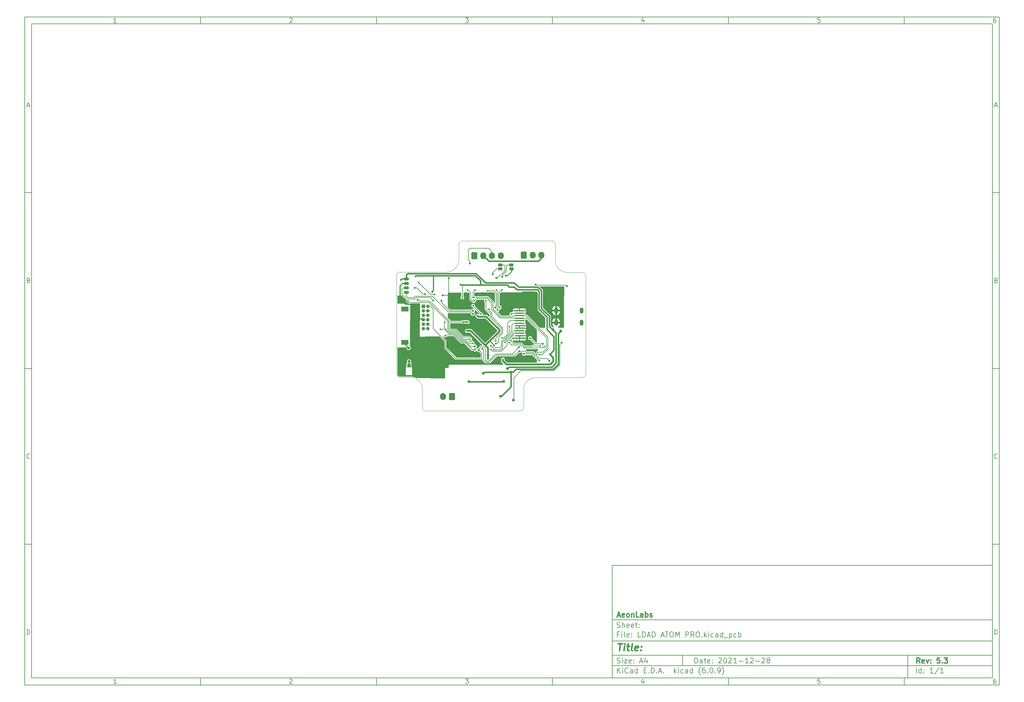
<source format=gbr>
G04 #@! TF.GenerationSoftware,KiCad,Pcbnew,(6.0.9)*
G04 #@! TF.CreationDate,2022-11-30T10:01:03+01:00*
G04 #@! TF.ProjectId,LDAD ATOM PRO,4c444144-2041-4544-9f4d-2050524f2e6b,5.3*
G04 #@! TF.SameCoordinates,Original*
G04 #@! TF.FileFunction,Copper,L2,Bot*
G04 #@! TF.FilePolarity,Positive*
%FSLAX46Y46*%
G04 Gerber Fmt 4.6, Leading zero omitted, Abs format (unit mm)*
G04 Created by KiCad (PCBNEW (6.0.9)) date 2022-11-30 10:01:03*
%MOMM*%
%LPD*%
G01*
G04 APERTURE LIST*
G04 Aperture macros list*
%AMRoundRect*
0 Rectangle with rounded corners*
0 $1 Rounding radius*
0 $2 $3 $4 $5 $6 $7 $8 $9 X,Y pos of 4 corners*
0 Add a 4 corners polygon primitive as box body*
4,1,4,$2,$3,$4,$5,$6,$7,$8,$9,$2,$3,0*
0 Add four circle primitives for the rounded corners*
1,1,$1+$1,$2,$3*
1,1,$1+$1,$4,$5*
1,1,$1+$1,$6,$7*
1,1,$1+$1,$8,$9*
0 Add four rect primitives between the rounded corners*
20,1,$1+$1,$2,$3,$4,$5,0*
20,1,$1+$1,$4,$5,$6,$7,0*
20,1,$1+$1,$6,$7,$8,$9,0*
20,1,$1+$1,$8,$9,$2,$3,0*%
G04 Aperture macros list end*
%ADD10C,0.100000*%
%ADD11C,0.150000*%
%ADD12C,0.300000*%
%ADD13C,0.400000*%
G04 #@! TA.AperFunction,Profile*
%ADD14C,0.120000*%
G04 #@! TD*
G04 #@! TA.AperFunction,ComponentPad*
%ADD15R,1.000000X1.000000*%
G04 #@! TD*
G04 #@! TA.AperFunction,ComponentPad*
%ADD16O,1.000000X1.000000*%
G04 #@! TD*
G04 #@! TA.AperFunction,ComponentPad*
%ADD17O,1.100000X1.700000*%
G04 #@! TD*
G04 #@! TA.AperFunction,ComponentPad*
%ADD18RoundRect,0.250000X-0.600000X-0.725000X0.600000X-0.725000X0.600000X0.725000X-0.600000X0.725000X0*%
G04 #@! TD*
G04 #@! TA.AperFunction,ComponentPad*
%ADD19O,1.700000X1.950000*%
G04 #@! TD*
G04 #@! TA.AperFunction,SMDPad,CuDef*
%ADD20RoundRect,0.124800X-0.475200X-0.275200X0.475200X-0.275200X0.475200X0.275200X-0.475200X0.275200X0*%
G04 #@! TD*
G04 #@! TA.AperFunction,ComponentPad*
%ADD21RoundRect,0.250000X0.600000X0.750000X-0.600000X0.750000X-0.600000X-0.750000X0.600000X-0.750000X0*%
G04 #@! TD*
G04 #@! TA.AperFunction,ComponentPad*
%ADD22O,1.700000X2.000000*%
G04 #@! TD*
G04 #@! TA.AperFunction,SMDPad,CuDef*
%ADD23R,0.500000X0.500000*%
G04 #@! TD*
G04 #@! TA.AperFunction,SMDPad,CuDef*
%ADD24O,1.500000X0.800000*%
G04 #@! TD*
G04 #@! TA.AperFunction,SMDPad,CuDef*
%ADD25R,1.100000X2.250000*%
G04 #@! TD*
G04 #@! TA.AperFunction,SMDPad,CuDef*
%ADD26R,1.050000X1.100000*%
G04 #@! TD*
G04 #@! TA.AperFunction,SMDPad,CuDef*
%ADD27R,2.100000X1.400000*%
G04 #@! TD*
G04 #@! TA.AperFunction,SMDPad,CuDef*
%ADD28R,2.800000X0.300000*%
G04 #@! TD*
G04 #@! TA.AperFunction,ViaPad*
%ADD29C,0.600000*%
G04 #@! TD*
G04 #@! TA.AperFunction,ViaPad*
%ADD30C,0.800000*%
G04 #@! TD*
G04 #@! TA.AperFunction,ViaPad*
%ADD31C,0.500000*%
G04 #@! TD*
G04 #@! TA.AperFunction,ViaPad*
%ADD32C,0.700000*%
G04 #@! TD*
G04 #@! TA.AperFunction,Conductor*
%ADD33C,0.400000*%
G04 #@! TD*
G04 #@! TA.AperFunction,Conductor*
%ADD34C,0.250000*%
G04 #@! TD*
G04 #@! TA.AperFunction,Conductor*
%ADD35C,0.150000*%
G04 #@! TD*
G04 #@! TA.AperFunction,Conductor*
%ADD36C,0.200000*%
G04 #@! TD*
G04 #@! TA.AperFunction,Conductor*
%ADD37C,0.300000*%
G04 #@! TD*
G04 #@! TA.AperFunction,Conductor*
%ADD38C,0.320000*%
G04 #@! TD*
G04 #@! TA.AperFunction,Conductor*
%ADD39C,0.510000*%
G04 #@! TD*
G04 #@! TA.AperFunction,Conductor*
%ADD40C,0.180000*%
G04 #@! TD*
G04 APERTURE END LIST*
D10*
D11*
X177002200Y-166007200D02*
X177002200Y-198007200D01*
X285002200Y-198007200D01*
X285002200Y-166007200D01*
X177002200Y-166007200D01*
D10*
D11*
X10000000Y-10000000D02*
X10000000Y-200007200D01*
X287002200Y-200007200D01*
X287002200Y-10000000D01*
X10000000Y-10000000D01*
D10*
D11*
X12000000Y-12000000D02*
X12000000Y-198007200D01*
X285002200Y-198007200D01*
X285002200Y-12000000D01*
X12000000Y-12000000D01*
D10*
D11*
X60000000Y-12000000D02*
X60000000Y-10000000D01*
D10*
D11*
X110000000Y-12000000D02*
X110000000Y-10000000D01*
D10*
D11*
X160000000Y-12000000D02*
X160000000Y-10000000D01*
D10*
D11*
X210000000Y-12000000D02*
X210000000Y-10000000D01*
D10*
D11*
X260000000Y-12000000D02*
X260000000Y-10000000D01*
D10*
D11*
X36065476Y-11588095D02*
X35322619Y-11588095D01*
X35694047Y-11588095D02*
X35694047Y-10288095D01*
X35570238Y-10473809D01*
X35446428Y-10597619D01*
X35322619Y-10659523D01*
D10*
D11*
X85322619Y-10411904D02*
X85384523Y-10350000D01*
X85508333Y-10288095D01*
X85817857Y-10288095D01*
X85941666Y-10350000D01*
X86003571Y-10411904D01*
X86065476Y-10535714D01*
X86065476Y-10659523D01*
X86003571Y-10845238D01*
X85260714Y-11588095D01*
X86065476Y-11588095D01*
D10*
D11*
X135260714Y-10288095D02*
X136065476Y-10288095D01*
X135632142Y-10783333D01*
X135817857Y-10783333D01*
X135941666Y-10845238D01*
X136003571Y-10907142D01*
X136065476Y-11030952D01*
X136065476Y-11340476D01*
X136003571Y-11464285D01*
X135941666Y-11526190D01*
X135817857Y-11588095D01*
X135446428Y-11588095D01*
X135322619Y-11526190D01*
X135260714Y-11464285D01*
D10*
D11*
X185941666Y-10721428D02*
X185941666Y-11588095D01*
X185632142Y-10226190D02*
X185322619Y-11154761D01*
X186127380Y-11154761D01*
D10*
D11*
X236003571Y-10288095D02*
X235384523Y-10288095D01*
X235322619Y-10907142D01*
X235384523Y-10845238D01*
X235508333Y-10783333D01*
X235817857Y-10783333D01*
X235941666Y-10845238D01*
X236003571Y-10907142D01*
X236065476Y-11030952D01*
X236065476Y-11340476D01*
X236003571Y-11464285D01*
X235941666Y-11526190D01*
X235817857Y-11588095D01*
X235508333Y-11588095D01*
X235384523Y-11526190D01*
X235322619Y-11464285D01*
D10*
D11*
X285941666Y-10288095D02*
X285694047Y-10288095D01*
X285570238Y-10350000D01*
X285508333Y-10411904D01*
X285384523Y-10597619D01*
X285322619Y-10845238D01*
X285322619Y-11340476D01*
X285384523Y-11464285D01*
X285446428Y-11526190D01*
X285570238Y-11588095D01*
X285817857Y-11588095D01*
X285941666Y-11526190D01*
X286003571Y-11464285D01*
X286065476Y-11340476D01*
X286065476Y-11030952D01*
X286003571Y-10907142D01*
X285941666Y-10845238D01*
X285817857Y-10783333D01*
X285570238Y-10783333D01*
X285446428Y-10845238D01*
X285384523Y-10907142D01*
X285322619Y-11030952D01*
D10*
D11*
X60000000Y-198007200D02*
X60000000Y-200007200D01*
D10*
D11*
X110000000Y-198007200D02*
X110000000Y-200007200D01*
D10*
D11*
X160000000Y-198007200D02*
X160000000Y-200007200D01*
D10*
D11*
X210000000Y-198007200D02*
X210000000Y-200007200D01*
D10*
D11*
X260000000Y-198007200D02*
X260000000Y-200007200D01*
D10*
D11*
X36065476Y-199595295D02*
X35322619Y-199595295D01*
X35694047Y-199595295D02*
X35694047Y-198295295D01*
X35570238Y-198481009D01*
X35446428Y-198604819D01*
X35322619Y-198666723D01*
D10*
D11*
X85322619Y-198419104D02*
X85384523Y-198357200D01*
X85508333Y-198295295D01*
X85817857Y-198295295D01*
X85941666Y-198357200D01*
X86003571Y-198419104D01*
X86065476Y-198542914D01*
X86065476Y-198666723D01*
X86003571Y-198852438D01*
X85260714Y-199595295D01*
X86065476Y-199595295D01*
D10*
D11*
X135260714Y-198295295D02*
X136065476Y-198295295D01*
X135632142Y-198790533D01*
X135817857Y-198790533D01*
X135941666Y-198852438D01*
X136003571Y-198914342D01*
X136065476Y-199038152D01*
X136065476Y-199347676D01*
X136003571Y-199471485D01*
X135941666Y-199533390D01*
X135817857Y-199595295D01*
X135446428Y-199595295D01*
X135322619Y-199533390D01*
X135260714Y-199471485D01*
D10*
D11*
X185941666Y-198728628D02*
X185941666Y-199595295D01*
X185632142Y-198233390D02*
X185322619Y-199161961D01*
X186127380Y-199161961D01*
D10*
D11*
X236003571Y-198295295D02*
X235384523Y-198295295D01*
X235322619Y-198914342D01*
X235384523Y-198852438D01*
X235508333Y-198790533D01*
X235817857Y-198790533D01*
X235941666Y-198852438D01*
X236003571Y-198914342D01*
X236065476Y-199038152D01*
X236065476Y-199347676D01*
X236003571Y-199471485D01*
X235941666Y-199533390D01*
X235817857Y-199595295D01*
X235508333Y-199595295D01*
X235384523Y-199533390D01*
X235322619Y-199471485D01*
D10*
D11*
X285941666Y-198295295D02*
X285694047Y-198295295D01*
X285570238Y-198357200D01*
X285508333Y-198419104D01*
X285384523Y-198604819D01*
X285322619Y-198852438D01*
X285322619Y-199347676D01*
X285384523Y-199471485D01*
X285446428Y-199533390D01*
X285570238Y-199595295D01*
X285817857Y-199595295D01*
X285941666Y-199533390D01*
X286003571Y-199471485D01*
X286065476Y-199347676D01*
X286065476Y-199038152D01*
X286003571Y-198914342D01*
X285941666Y-198852438D01*
X285817857Y-198790533D01*
X285570238Y-198790533D01*
X285446428Y-198852438D01*
X285384523Y-198914342D01*
X285322619Y-199038152D01*
D10*
D11*
X10000000Y-60000000D02*
X12000000Y-60000000D01*
D10*
D11*
X10000000Y-110000000D02*
X12000000Y-110000000D01*
D10*
D11*
X10000000Y-160000000D02*
X12000000Y-160000000D01*
D10*
D11*
X10690476Y-35216666D02*
X11309523Y-35216666D01*
X10566666Y-35588095D02*
X11000000Y-34288095D01*
X11433333Y-35588095D01*
D10*
D11*
X11092857Y-84907142D02*
X11278571Y-84969047D01*
X11340476Y-85030952D01*
X11402380Y-85154761D01*
X11402380Y-85340476D01*
X11340476Y-85464285D01*
X11278571Y-85526190D01*
X11154761Y-85588095D01*
X10659523Y-85588095D01*
X10659523Y-84288095D01*
X11092857Y-84288095D01*
X11216666Y-84350000D01*
X11278571Y-84411904D01*
X11340476Y-84535714D01*
X11340476Y-84659523D01*
X11278571Y-84783333D01*
X11216666Y-84845238D01*
X11092857Y-84907142D01*
X10659523Y-84907142D01*
D10*
D11*
X11402380Y-135464285D02*
X11340476Y-135526190D01*
X11154761Y-135588095D01*
X11030952Y-135588095D01*
X10845238Y-135526190D01*
X10721428Y-135402380D01*
X10659523Y-135278571D01*
X10597619Y-135030952D01*
X10597619Y-134845238D01*
X10659523Y-134597619D01*
X10721428Y-134473809D01*
X10845238Y-134350000D01*
X11030952Y-134288095D01*
X11154761Y-134288095D01*
X11340476Y-134350000D01*
X11402380Y-134411904D01*
D10*
D11*
X10659523Y-185588095D02*
X10659523Y-184288095D01*
X10969047Y-184288095D01*
X11154761Y-184350000D01*
X11278571Y-184473809D01*
X11340476Y-184597619D01*
X11402380Y-184845238D01*
X11402380Y-185030952D01*
X11340476Y-185278571D01*
X11278571Y-185402380D01*
X11154761Y-185526190D01*
X10969047Y-185588095D01*
X10659523Y-185588095D01*
D10*
D11*
X287002200Y-60000000D02*
X285002200Y-60000000D01*
D10*
D11*
X287002200Y-110000000D02*
X285002200Y-110000000D01*
D10*
D11*
X287002200Y-160000000D02*
X285002200Y-160000000D01*
D10*
D11*
X285692676Y-35216666D02*
X286311723Y-35216666D01*
X285568866Y-35588095D02*
X286002200Y-34288095D01*
X286435533Y-35588095D01*
D10*
D11*
X286095057Y-84907142D02*
X286280771Y-84969047D01*
X286342676Y-85030952D01*
X286404580Y-85154761D01*
X286404580Y-85340476D01*
X286342676Y-85464285D01*
X286280771Y-85526190D01*
X286156961Y-85588095D01*
X285661723Y-85588095D01*
X285661723Y-84288095D01*
X286095057Y-84288095D01*
X286218866Y-84350000D01*
X286280771Y-84411904D01*
X286342676Y-84535714D01*
X286342676Y-84659523D01*
X286280771Y-84783333D01*
X286218866Y-84845238D01*
X286095057Y-84907142D01*
X285661723Y-84907142D01*
D10*
D11*
X286404580Y-135464285D02*
X286342676Y-135526190D01*
X286156961Y-135588095D01*
X286033152Y-135588095D01*
X285847438Y-135526190D01*
X285723628Y-135402380D01*
X285661723Y-135278571D01*
X285599819Y-135030952D01*
X285599819Y-134845238D01*
X285661723Y-134597619D01*
X285723628Y-134473809D01*
X285847438Y-134350000D01*
X286033152Y-134288095D01*
X286156961Y-134288095D01*
X286342676Y-134350000D01*
X286404580Y-134411904D01*
D10*
D11*
X285661723Y-185588095D02*
X285661723Y-184288095D01*
X285971247Y-184288095D01*
X286156961Y-184350000D01*
X286280771Y-184473809D01*
X286342676Y-184597619D01*
X286404580Y-184845238D01*
X286404580Y-185030952D01*
X286342676Y-185278571D01*
X286280771Y-185402380D01*
X286156961Y-185526190D01*
X285971247Y-185588095D01*
X285661723Y-185588095D01*
D10*
D11*
X200434342Y-193785771D02*
X200434342Y-192285771D01*
X200791485Y-192285771D01*
X201005771Y-192357200D01*
X201148628Y-192500057D01*
X201220057Y-192642914D01*
X201291485Y-192928628D01*
X201291485Y-193142914D01*
X201220057Y-193428628D01*
X201148628Y-193571485D01*
X201005771Y-193714342D01*
X200791485Y-193785771D01*
X200434342Y-193785771D01*
X202577200Y-193785771D02*
X202577200Y-193000057D01*
X202505771Y-192857200D01*
X202362914Y-192785771D01*
X202077200Y-192785771D01*
X201934342Y-192857200D01*
X202577200Y-193714342D02*
X202434342Y-193785771D01*
X202077200Y-193785771D01*
X201934342Y-193714342D01*
X201862914Y-193571485D01*
X201862914Y-193428628D01*
X201934342Y-193285771D01*
X202077200Y-193214342D01*
X202434342Y-193214342D01*
X202577200Y-193142914D01*
X203077200Y-192785771D02*
X203648628Y-192785771D01*
X203291485Y-192285771D02*
X203291485Y-193571485D01*
X203362914Y-193714342D01*
X203505771Y-193785771D01*
X203648628Y-193785771D01*
X204720057Y-193714342D02*
X204577200Y-193785771D01*
X204291485Y-193785771D01*
X204148628Y-193714342D01*
X204077200Y-193571485D01*
X204077200Y-193000057D01*
X204148628Y-192857200D01*
X204291485Y-192785771D01*
X204577200Y-192785771D01*
X204720057Y-192857200D01*
X204791485Y-193000057D01*
X204791485Y-193142914D01*
X204077200Y-193285771D01*
X205434342Y-193642914D02*
X205505771Y-193714342D01*
X205434342Y-193785771D01*
X205362914Y-193714342D01*
X205434342Y-193642914D01*
X205434342Y-193785771D01*
X205434342Y-192857200D02*
X205505771Y-192928628D01*
X205434342Y-193000057D01*
X205362914Y-192928628D01*
X205434342Y-192857200D01*
X205434342Y-193000057D01*
X207220057Y-192428628D02*
X207291485Y-192357200D01*
X207434342Y-192285771D01*
X207791485Y-192285771D01*
X207934342Y-192357200D01*
X208005771Y-192428628D01*
X208077200Y-192571485D01*
X208077200Y-192714342D01*
X208005771Y-192928628D01*
X207148628Y-193785771D01*
X208077200Y-193785771D01*
X209005771Y-192285771D02*
X209148628Y-192285771D01*
X209291485Y-192357200D01*
X209362914Y-192428628D01*
X209434342Y-192571485D01*
X209505771Y-192857200D01*
X209505771Y-193214342D01*
X209434342Y-193500057D01*
X209362914Y-193642914D01*
X209291485Y-193714342D01*
X209148628Y-193785771D01*
X209005771Y-193785771D01*
X208862914Y-193714342D01*
X208791485Y-193642914D01*
X208720057Y-193500057D01*
X208648628Y-193214342D01*
X208648628Y-192857200D01*
X208720057Y-192571485D01*
X208791485Y-192428628D01*
X208862914Y-192357200D01*
X209005771Y-192285771D01*
X210077200Y-192428628D02*
X210148628Y-192357200D01*
X210291485Y-192285771D01*
X210648628Y-192285771D01*
X210791485Y-192357200D01*
X210862914Y-192428628D01*
X210934342Y-192571485D01*
X210934342Y-192714342D01*
X210862914Y-192928628D01*
X210005771Y-193785771D01*
X210934342Y-193785771D01*
X212362914Y-193785771D02*
X211505771Y-193785771D01*
X211934342Y-193785771D02*
X211934342Y-192285771D01*
X211791485Y-192500057D01*
X211648628Y-192642914D01*
X211505771Y-192714342D01*
X213005771Y-193214342D02*
X214148628Y-193214342D01*
X215648628Y-193785771D02*
X214791485Y-193785771D01*
X215220057Y-193785771D02*
X215220057Y-192285771D01*
X215077200Y-192500057D01*
X214934342Y-192642914D01*
X214791485Y-192714342D01*
X216220057Y-192428628D02*
X216291485Y-192357200D01*
X216434342Y-192285771D01*
X216791485Y-192285771D01*
X216934342Y-192357200D01*
X217005771Y-192428628D01*
X217077200Y-192571485D01*
X217077200Y-192714342D01*
X217005771Y-192928628D01*
X216148628Y-193785771D01*
X217077200Y-193785771D01*
X217720057Y-193214342D02*
X218862914Y-193214342D01*
X219505771Y-192428628D02*
X219577200Y-192357200D01*
X219720057Y-192285771D01*
X220077200Y-192285771D01*
X220220057Y-192357200D01*
X220291485Y-192428628D01*
X220362914Y-192571485D01*
X220362914Y-192714342D01*
X220291485Y-192928628D01*
X219434342Y-193785771D01*
X220362914Y-193785771D01*
X221220057Y-192928628D02*
X221077200Y-192857200D01*
X221005771Y-192785771D01*
X220934342Y-192642914D01*
X220934342Y-192571485D01*
X221005771Y-192428628D01*
X221077200Y-192357200D01*
X221220057Y-192285771D01*
X221505771Y-192285771D01*
X221648628Y-192357200D01*
X221720057Y-192428628D01*
X221791485Y-192571485D01*
X221791485Y-192642914D01*
X221720057Y-192785771D01*
X221648628Y-192857200D01*
X221505771Y-192928628D01*
X221220057Y-192928628D01*
X221077200Y-193000057D01*
X221005771Y-193071485D01*
X220934342Y-193214342D01*
X220934342Y-193500057D01*
X221005771Y-193642914D01*
X221077200Y-193714342D01*
X221220057Y-193785771D01*
X221505771Y-193785771D01*
X221648628Y-193714342D01*
X221720057Y-193642914D01*
X221791485Y-193500057D01*
X221791485Y-193214342D01*
X221720057Y-193071485D01*
X221648628Y-193000057D01*
X221505771Y-192928628D01*
D10*
D11*
X177002200Y-194507200D02*
X285002200Y-194507200D01*
D10*
D11*
X178434342Y-196585771D02*
X178434342Y-195085771D01*
X179291485Y-196585771D02*
X178648628Y-195728628D01*
X179291485Y-195085771D02*
X178434342Y-195942914D01*
X179934342Y-196585771D02*
X179934342Y-195585771D01*
X179934342Y-195085771D02*
X179862914Y-195157200D01*
X179934342Y-195228628D01*
X180005771Y-195157200D01*
X179934342Y-195085771D01*
X179934342Y-195228628D01*
X181505771Y-196442914D02*
X181434342Y-196514342D01*
X181220057Y-196585771D01*
X181077200Y-196585771D01*
X180862914Y-196514342D01*
X180720057Y-196371485D01*
X180648628Y-196228628D01*
X180577200Y-195942914D01*
X180577200Y-195728628D01*
X180648628Y-195442914D01*
X180720057Y-195300057D01*
X180862914Y-195157200D01*
X181077200Y-195085771D01*
X181220057Y-195085771D01*
X181434342Y-195157200D01*
X181505771Y-195228628D01*
X182791485Y-196585771D02*
X182791485Y-195800057D01*
X182720057Y-195657200D01*
X182577200Y-195585771D01*
X182291485Y-195585771D01*
X182148628Y-195657200D01*
X182791485Y-196514342D02*
X182648628Y-196585771D01*
X182291485Y-196585771D01*
X182148628Y-196514342D01*
X182077200Y-196371485D01*
X182077200Y-196228628D01*
X182148628Y-196085771D01*
X182291485Y-196014342D01*
X182648628Y-196014342D01*
X182791485Y-195942914D01*
X184148628Y-196585771D02*
X184148628Y-195085771D01*
X184148628Y-196514342D02*
X184005771Y-196585771D01*
X183720057Y-196585771D01*
X183577200Y-196514342D01*
X183505771Y-196442914D01*
X183434342Y-196300057D01*
X183434342Y-195871485D01*
X183505771Y-195728628D01*
X183577200Y-195657200D01*
X183720057Y-195585771D01*
X184005771Y-195585771D01*
X184148628Y-195657200D01*
X186005771Y-195800057D02*
X186505771Y-195800057D01*
X186720057Y-196585771D02*
X186005771Y-196585771D01*
X186005771Y-195085771D01*
X186720057Y-195085771D01*
X187362914Y-196442914D02*
X187434342Y-196514342D01*
X187362914Y-196585771D01*
X187291485Y-196514342D01*
X187362914Y-196442914D01*
X187362914Y-196585771D01*
X188077200Y-196585771D02*
X188077200Y-195085771D01*
X188434342Y-195085771D01*
X188648628Y-195157200D01*
X188791485Y-195300057D01*
X188862914Y-195442914D01*
X188934342Y-195728628D01*
X188934342Y-195942914D01*
X188862914Y-196228628D01*
X188791485Y-196371485D01*
X188648628Y-196514342D01*
X188434342Y-196585771D01*
X188077200Y-196585771D01*
X189577200Y-196442914D02*
X189648628Y-196514342D01*
X189577200Y-196585771D01*
X189505771Y-196514342D01*
X189577200Y-196442914D01*
X189577200Y-196585771D01*
X190220057Y-196157200D02*
X190934342Y-196157200D01*
X190077200Y-196585771D02*
X190577200Y-195085771D01*
X191077200Y-196585771D01*
X191577200Y-196442914D02*
X191648628Y-196514342D01*
X191577200Y-196585771D01*
X191505771Y-196514342D01*
X191577200Y-196442914D01*
X191577200Y-196585771D01*
X194577200Y-196585771D02*
X194577200Y-195085771D01*
X194720057Y-196014342D02*
X195148628Y-196585771D01*
X195148628Y-195585771D02*
X194577200Y-196157200D01*
X195791485Y-196585771D02*
X195791485Y-195585771D01*
X195791485Y-195085771D02*
X195720057Y-195157200D01*
X195791485Y-195228628D01*
X195862914Y-195157200D01*
X195791485Y-195085771D01*
X195791485Y-195228628D01*
X197148628Y-196514342D02*
X197005771Y-196585771D01*
X196720057Y-196585771D01*
X196577200Y-196514342D01*
X196505771Y-196442914D01*
X196434342Y-196300057D01*
X196434342Y-195871485D01*
X196505771Y-195728628D01*
X196577200Y-195657200D01*
X196720057Y-195585771D01*
X197005771Y-195585771D01*
X197148628Y-195657200D01*
X198434342Y-196585771D02*
X198434342Y-195800057D01*
X198362914Y-195657200D01*
X198220057Y-195585771D01*
X197934342Y-195585771D01*
X197791485Y-195657200D01*
X198434342Y-196514342D02*
X198291485Y-196585771D01*
X197934342Y-196585771D01*
X197791485Y-196514342D01*
X197720057Y-196371485D01*
X197720057Y-196228628D01*
X197791485Y-196085771D01*
X197934342Y-196014342D01*
X198291485Y-196014342D01*
X198434342Y-195942914D01*
X199791485Y-196585771D02*
X199791485Y-195085771D01*
X199791485Y-196514342D02*
X199648628Y-196585771D01*
X199362914Y-196585771D01*
X199220057Y-196514342D01*
X199148628Y-196442914D01*
X199077200Y-196300057D01*
X199077200Y-195871485D01*
X199148628Y-195728628D01*
X199220057Y-195657200D01*
X199362914Y-195585771D01*
X199648628Y-195585771D01*
X199791485Y-195657200D01*
X202077200Y-197157200D02*
X202005771Y-197085771D01*
X201862914Y-196871485D01*
X201791485Y-196728628D01*
X201720057Y-196514342D01*
X201648628Y-196157200D01*
X201648628Y-195871485D01*
X201720057Y-195514342D01*
X201791485Y-195300057D01*
X201862914Y-195157200D01*
X202005771Y-194942914D01*
X202077200Y-194871485D01*
X203291485Y-195085771D02*
X203005771Y-195085771D01*
X202862914Y-195157200D01*
X202791485Y-195228628D01*
X202648628Y-195442914D01*
X202577200Y-195728628D01*
X202577200Y-196300057D01*
X202648628Y-196442914D01*
X202720057Y-196514342D01*
X202862914Y-196585771D01*
X203148628Y-196585771D01*
X203291485Y-196514342D01*
X203362914Y-196442914D01*
X203434342Y-196300057D01*
X203434342Y-195942914D01*
X203362914Y-195800057D01*
X203291485Y-195728628D01*
X203148628Y-195657200D01*
X202862914Y-195657200D01*
X202720057Y-195728628D01*
X202648628Y-195800057D01*
X202577200Y-195942914D01*
X204077200Y-196442914D02*
X204148628Y-196514342D01*
X204077200Y-196585771D01*
X204005771Y-196514342D01*
X204077200Y-196442914D01*
X204077200Y-196585771D01*
X205077200Y-195085771D02*
X205220057Y-195085771D01*
X205362914Y-195157200D01*
X205434342Y-195228628D01*
X205505771Y-195371485D01*
X205577200Y-195657200D01*
X205577200Y-196014342D01*
X205505771Y-196300057D01*
X205434342Y-196442914D01*
X205362914Y-196514342D01*
X205220057Y-196585771D01*
X205077200Y-196585771D01*
X204934342Y-196514342D01*
X204862914Y-196442914D01*
X204791485Y-196300057D01*
X204720057Y-196014342D01*
X204720057Y-195657200D01*
X204791485Y-195371485D01*
X204862914Y-195228628D01*
X204934342Y-195157200D01*
X205077200Y-195085771D01*
X206220057Y-196442914D02*
X206291485Y-196514342D01*
X206220057Y-196585771D01*
X206148628Y-196514342D01*
X206220057Y-196442914D01*
X206220057Y-196585771D01*
X207005771Y-196585771D02*
X207291485Y-196585771D01*
X207434342Y-196514342D01*
X207505771Y-196442914D01*
X207648628Y-196228628D01*
X207720057Y-195942914D01*
X207720057Y-195371485D01*
X207648628Y-195228628D01*
X207577200Y-195157200D01*
X207434342Y-195085771D01*
X207148628Y-195085771D01*
X207005771Y-195157200D01*
X206934342Y-195228628D01*
X206862914Y-195371485D01*
X206862914Y-195728628D01*
X206934342Y-195871485D01*
X207005771Y-195942914D01*
X207148628Y-196014342D01*
X207434342Y-196014342D01*
X207577200Y-195942914D01*
X207648628Y-195871485D01*
X207720057Y-195728628D01*
X208220057Y-197157200D02*
X208291485Y-197085771D01*
X208434342Y-196871485D01*
X208505771Y-196728628D01*
X208577200Y-196514342D01*
X208648628Y-196157200D01*
X208648628Y-195871485D01*
X208577200Y-195514342D01*
X208505771Y-195300057D01*
X208434342Y-195157200D01*
X208291485Y-194942914D01*
X208220057Y-194871485D01*
D10*
D11*
X177002200Y-191507200D02*
X285002200Y-191507200D01*
D10*
D12*
X264411485Y-193785771D02*
X263911485Y-193071485D01*
X263554342Y-193785771D02*
X263554342Y-192285771D01*
X264125771Y-192285771D01*
X264268628Y-192357200D01*
X264340057Y-192428628D01*
X264411485Y-192571485D01*
X264411485Y-192785771D01*
X264340057Y-192928628D01*
X264268628Y-193000057D01*
X264125771Y-193071485D01*
X263554342Y-193071485D01*
X265625771Y-193714342D02*
X265482914Y-193785771D01*
X265197200Y-193785771D01*
X265054342Y-193714342D01*
X264982914Y-193571485D01*
X264982914Y-193000057D01*
X265054342Y-192857200D01*
X265197200Y-192785771D01*
X265482914Y-192785771D01*
X265625771Y-192857200D01*
X265697200Y-193000057D01*
X265697200Y-193142914D01*
X264982914Y-193285771D01*
X266197200Y-192785771D02*
X266554342Y-193785771D01*
X266911485Y-192785771D01*
X267482914Y-193642914D02*
X267554342Y-193714342D01*
X267482914Y-193785771D01*
X267411485Y-193714342D01*
X267482914Y-193642914D01*
X267482914Y-193785771D01*
X267482914Y-192857200D02*
X267554342Y-192928628D01*
X267482914Y-193000057D01*
X267411485Y-192928628D01*
X267482914Y-192857200D01*
X267482914Y-193000057D01*
X270054342Y-192285771D02*
X269340057Y-192285771D01*
X269268628Y-193000057D01*
X269340057Y-192928628D01*
X269482914Y-192857200D01*
X269840057Y-192857200D01*
X269982914Y-192928628D01*
X270054342Y-193000057D01*
X270125771Y-193142914D01*
X270125771Y-193500057D01*
X270054342Y-193642914D01*
X269982914Y-193714342D01*
X269840057Y-193785771D01*
X269482914Y-193785771D01*
X269340057Y-193714342D01*
X269268628Y-193642914D01*
X270768628Y-193642914D02*
X270840057Y-193714342D01*
X270768628Y-193785771D01*
X270697200Y-193714342D01*
X270768628Y-193642914D01*
X270768628Y-193785771D01*
X271340057Y-192285771D02*
X272268628Y-192285771D01*
X271768628Y-192857200D01*
X271982914Y-192857200D01*
X272125771Y-192928628D01*
X272197200Y-193000057D01*
X272268628Y-193142914D01*
X272268628Y-193500057D01*
X272197200Y-193642914D01*
X272125771Y-193714342D01*
X271982914Y-193785771D01*
X271554342Y-193785771D01*
X271411485Y-193714342D01*
X271340057Y-193642914D01*
D10*
D11*
X178362914Y-193714342D02*
X178577200Y-193785771D01*
X178934342Y-193785771D01*
X179077200Y-193714342D01*
X179148628Y-193642914D01*
X179220057Y-193500057D01*
X179220057Y-193357200D01*
X179148628Y-193214342D01*
X179077200Y-193142914D01*
X178934342Y-193071485D01*
X178648628Y-193000057D01*
X178505771Y-192928628D01*
X178434342Y-192857200D01*
X178362914Y-192714342D01*
X178362914Y-192571485D01*
X178434342Y-192428628D01*
X178505771Y-192357200D01*
X178648628Y-192285771D01*
X179005771Y-192285771D01*
X179220057Y-192357200D01*
X179862914Y-193785771D02*
X179862914Y-192785771D01*
X179862914Y-192285771D02*
X179791485Y-192357200D01*
X179862914Y-192428628D01*
X179934342Y-192357200D01*
X179862914Y-192285771D01*
X179862914Y-192428628D01*
X180434342Y-192785771D02*
X181220057Y-192785771D01*
X180434342Y-193785771D01*
X181220057Y-193785771D01*
X182362914Y-193714342D02*
X182220057Y-193785771D01*
X181934342Y-193785771D01*
X181791485Y-193714342D01*
X181720057Y-193571485D01*
X181720057Y-193000057D01*
X181791485Y-192857200D01*
X181934342Y-192785771D01*
X182220057Y-192785771D01*
X182362914Y-192857200D01*
X182434342Y-193000057D01*
X182434342Y-193142914D01*
X181720057Y-193285771D01*
X183077200Y-193642914D02*
X183148628Y-193714342D01*
X183077200Y-193785771D01*
X183005771Y-193714342D01*
X183077200Y-193642914D01*
X183077200Y-193785771D01*
X183077200Y-192857200D02*
X183148628Y-192928628D01*
X183077200Y-193000057D01*
X183005771Y-192928628D01*
X183077200Y-192857200D01*
X183077200Y-193000057D01*
X184862914Y-193357200D02*
X185577200Y-193357200D01*
X184720057Y-193785771D02*
X185220057Y-192285771D01*
X185720057Y-193785771D01*
X186862914Y-192785771D02*
X186862914Y-193785771D01*
X186505771Y-192214342D02*
X186148628Y-193285771D01*
X187077200Y-193285771D01*
D10*
D11*
X263434342Y-196585771D02*
X263434342Y-195085771D01*
X264791485Y-196585771D02*
X264791485Y-195085771D01*
X264791485Y-196514342D02*
X264648628Y-196585771D01*
X264362914Y-196585771D01*
X264220057Y-196514342D01*
X264148628Y-196442914D01*
X264077200Y-196300057D01*
X264077200Y-195871485D01*
X264148628Y-195728628D01*
X264220057Y-195657200D01*
X264362914Y-195585771D01*
X264648628Y-195585771D01*
X264791485Y-195657200D01*
X265505771Y-196442914D02*
X265577200Y-196514342D01*
X265505771Y-196585771D01*
X265434342Y-196514342D01*
X265505771Y-196442914D01*
X265505771Y-196585771D01*
X265505771Y-195657200D02*
X265577200Y-195728628D01*
X265505771Y-195800057D01*
X265434342Y-195728628D01*
X265505771Y-195657200D01*
X265505771Y-195800057D01*
X268148628Y-196585771D02*
X267291485Y-196585771D01*
X267720057Y-196585771D02*
X267720057Y-195085771D01*
X267577200Y-195300057D01*
X267434342Y-195442914D01*
X267291485Y-195514342D01*
X269862914Y-195014342D02*
X268577200Y-196942914D01*
X271148628Y-196585771D02*
X270291485Y-196585771D01*
X270720057Y-196585771D02*
X270720057Y-195085771D01*
X270577200Y-195300057D01*
X270434342Y-195442914D01*
X270291485Y-195514342D01*
D10*
D11*
X177002200Y-187507200D02*
X285002200Y-187507200D01*
D10*
D13*
X178714580Y-188211961D02*
X179857438Y-188211961D01*
X179036009Y-190211961D02*
X179286009Y-188211961D01*
X180274104Y-190211961D02*
X180440771Y-188878628D01*
X180524104Y-188211961D02*
X180416961Y-188307200D01*
X180500295Y-188402438D01*
X180607438Y-188307200D01*
X180524104Y-188211961D01*
X180500295Y-188402438D01*
X181107438Y-188878628D02*
X181869342Y-188878628D01*
X181476485Y-188211961D02*
X181262200Y-189926247D01*
X181333628Y-190116723D01*
X181512200Y-190211961D01*
X181702676Y-190211961D01*
X182655057Y-190211961D02*
X182476485Y-190116723D01*
X182405057Y-189926247D01*
X182619342Y-188211961D01*
X184190771Y-190116723D02*
X183988390Y-190211961D01*
X183607438Y-190211961D01*
X183428866Y-190116723D01*
X183357438Y-189926247D01*
X183452676Y-189164342D01*
X183571723Y-188973866D01*
X183774104Y-188878628D01*
X184155057Y-188878628D01*
X184333628Y-188973866D01*
X184405057Y-189164342D01*
X184381247Y-189354819D01*
X183405057Y-189545295D01*
X185155057Y-190021485D02*
X185238390Y-190116723D01*
X185131247Y-190211961D01*
X185047914Y-190116723D01*
X185155057Y-190021485D01*
X185131247Y-190211961D01*
X185286009Y-188973866D02*
X185369342Y-189069104D01*
X185262200Y-189164342D01*
X185178866Y-189069104D01*
X185286009Y-188973866D01*
X185262200Y-189164342D01*
D10*
D11*
X178934342Y-185600057D02*
X178434342Y-185600057D01*
X178434342Y-186385771D02*
X178434342Y-184885771D01*
X179148628Y-184885771D01*
X179720057Y-186385771D02*
X179720057Y-185385771D01*
X179720057Y-184885771D02*
X179648628Y-184957200D01*
X179720057Y-185028628D01*
X179791485Y-184957200D01*
X179720057Y-184885771D01*
X179720057Y-185028628D01*
X180648628Y-186385771D02*
X180505771Y-186314342D01*
X180434342Y-186171485D01*
X180434342Y-184885771D01*
X181791485Y-186314342D02*
X181648628Y-186385771D01*
X181362914Y-186385771D01*
X181220057Y-186314342D01*
X181148628Y-186171485D01*
X181148628Y-185600057D01*
X181220057Y-185457200D01*
X181362914Y-185385771D01*
X181648628Y-185385771D01*
X181791485Y-185457200D01*
X181862914Y-185600057D01*
X181862914Y-185742914D01*
X181148628Y-185885771D01*
X182505771Y-186242914D02*
X182577200Y-186314342D01*
X182505771Y-186385771D01*
X182434342Y-186314342D01*
X182505771Y-186242914D01*
X182505771Y-186385771D01*
X182505771Y-185457200D02*
X182577200Y-185528628D01*
X182505771Y-185600057D01*
X182434342Y-185528628D01*
X182505771Y-185457200D01*
X182505771Y-185600057D01*
X185077200Y-186385771D02*
X184362914Y-186385771D01*
X184362914Y-184885771D01*
X185577200Y-186385771D02*
X185577200Y-184885771D01*
X185934342Y-184885771D01*
X186148628Y-184957200D01*
X186291485Y-185100057D01*
X186362914Y-185242914D01*
X186434342Y-185528628D01*
X186434342Y-185742914D01*
X186362914Y-186028628D01*
X186291485Y-186171485D01*
X186148628Y-186314342D01*
X185934342Y-186385771D01*
X185577200Y-186385771D01*
X187005771Y-185957200D02*
X187720057Y-185957200D01*
X186862914Y-186385771D02*
X187362914Y-184885771D01*
X187862914Y-186385771D01*
X188362914Y-186385771D02*
X188362914Y-184885771D01*
X188720057Y-184885771D01*
X188934342Y-184957200D01*
X189077200Y-185100057D01*
X189148628Y-185242914D01*
X189220057Y-185528628D01*
X189220057Y-185742914D01*
X189148628Y-186028628D01*
X189077200Y-186171485D01*
X188934342Y-186314342D01*
X188720057Y-186385771D01*
X188362914Y-186385771D01*
X190934342Y-185957200D02*
X191648628Y-185957200D01*
X190791485Y-186385771D02*
X191291485Y-184885771D01*
X191791485Y-186385771D01*
X192077200Y-184885771D02*
X192934342Y-184885771D01*
X192505771Y-186385771D02*
X192505771Y-184885771D01*
X193720057Y-184885771D02*
X194005771Y-184885771D01*
X194148628Y-184957200D01*
X194291485Y-185100057D01*
X194362914Y-185385771D01*
X194362914Y-185885771D01*
X194291485Y-186171485D01*
X194148628Y-186314342D01*
X194005771Y-186385771D01*
X193720057Y-186385771D01*
X193577200Y-186314342D01*
X193434342Y-186171485D01*
X193362914Y-185885771D01*
X193362914Y-185385771D01*
X193434342Y-185100057D01*
X193577200Y-184957200D01*
X193720057Y-184885771D01*
X195005771Y-186385771D02*
X195005771Y-184885771D01*
X195505771Y-185957200D01*
X196005771Y-184885771D01*
X196005771Y-186385771D01*
X197862914Y-186385771D02*
X197862914Y-184885771D01*
X198434342Y-184885771D01*
X198577200Y-184957200D01*
X198648628Y-185028628D01*
X198720057Y-185171485D01*
X198720057Y-185385771D01*
X198648628Y-185528628D01*
X198577200Y-185600057D01*
X198434342Y-185671485D01*
X197862914Y-185671485D01*
X200220057Y-186385771D02*
X199720057Y-185671485D01*
X199362914Y-186385771D02*
X199362914Y-184885771D01*
X199934342Y-184885771D01*
X200077200Y-184957200D01*
X200148628Y-185028628D01*
X200220057Y-185171485D01*
X200220057Y-185385771D01*
X200148628Y-185528628D01*
X200077200Y-185600057D01*
X199934342Y-185671485D01*
X199362914Y-185671485D01*
X201148628Y-184885771D02*
X201434342Y-184885771D01*
X201577200Y-184957200D01*
X201720057Y-185100057D01*
X201791485Y-185385771D01*
X201791485Y-185885771D01*
X201720057Y-186171485D01*
X201577200Y-186314342D01*
X201434342Y-186385771D01*
X201148628Y-186385771D01*
X201005771Y-186314342D01*
X200862914Y-186171485D01*
X200791485Y-185885771D01*
X200791485Y-185385771D01*
X200862914Y-185100057D01*
X201005771Y-184957200D01*
X201148628Y-184885771D01*
X202434342Y-186242914D02*
X202505771Y-186314342D01*
X202434342Y-186385771D01*
X202362914Y-186314342D01*
X202434342Y-186242914D01*
X202434342Y-186385771D01*
X203148628Y-186385771D02*
X203148628Y-184885771D01*
X203291485Y-185814342D02*
X203720057Y-186385771D01*
X203720057Y-185385771D02*
X203148628Y-185957200D01*
X204362914Y-186385771D02*
X204362914Y-185385771D01*
X204362914Y-184885771D02*
X204291485Y-184957200D01*
X204362914Y-185028628D01*
X204434342Y-184957200D01*
X204362914Y-184885771D01*
X204362914Y-185028628D01*
X205720057Y-186314342D02*
X205577200Y-186385771D01*
X205291485Y-186385771D01*
X205148628Y-186314342D01*
X205077200Y-186242914D01*
X205005771Y-186100057D01*
X205005771Y-185671485D01*
X205077200Y-185528628D01*
X205148628Y-185457200D01*
X205291485Y-185385771D01*
X205577200Y-185385771D01*
X205720057Y-185457200D01*
X207005771Y-186385771D02*
X207005771Y-185600057D01*
X206934342Y-185457200D01*
X206791485Y-185385771D01*
X206505771Y-185385771D01*
X206362914Y-185457200D01*
X207005771Y-186314342D02*
X206862914Y-186385771D01*
X206505771Y-186385771D01*
X206362914Y-186314342D01*
X206291485Y-186171485D01*
X206291485Y-186028628D01*
X206362914Y-185885771D01*
X206505771Y-185814342D01*
X206862914Y-185814342D01*
X207005771Y-185742914D01*
X208362914Y-186385771D02*
X208362914Y-184885771D01*
X208362914Y-186314342D02*
X208220057Y-186385771D01*
X207934342Y-186385771D01*
X207791485Y-186314342D01*
X207720057Y-186242914D01*
X207648628Y-186100057D01*
X207648628Y-185671485D01*
X207720057Y-185528628D01*
X207791485Y-185457200D01*
X207934342Y-185385771D01*
X208220057Y-185385771D01*
X208362914Y-185457200D01*
X208720057Y-186528628D02*
X209862914Y-186528628D01*
X210220057Y-185385771D02*
X210220057Y-186885771D01*
X210220057Y-185457200D02*
X210362914Y-185385771D01*
X210648628Y-185385771D01*
X210791485Y-185457200D01*
X210862914Y-185528628D01*
X210934342Y-185671485D01*
X210934342Y-186100057D01*
X210862914Y-186242914D01*
X210791485Y-186314342D01*
X210648628Y-186385771D01*
X210362914Y-186385771D01*
X210220057Y-186314342D01*
X212220057Y-186314342D02*
X212077200Y-186385771D01*
X211791485Y-186385771D01*
X211648628Y-186314342D01*
X211577200Y-186242914D01*
X211505771Y-186100057D01*
X211505771Y-185671485D01*
X211577200Y-185528628D01*
X211648628Y-185457200D01*
X211791485Y-185385771D01*
X212077200Y-185385771D01*
X212220057Y-185457200D01*
X212862914Y-186385771D02*
X212862914Y-184885771D01*
X212862914Y-185457200D02*
X213005771Y-185385771D01*
X213291485Y-185385771D01*
X213434342Y-185457200D01*
X213505771Y-185528628D01*
X213577200Y-185671485D01*
X213577200Y-186100057D01*
X213505771Y-186242914D01*
X213434342Y-186314342D01*
X213291485Y-186385771D01*
X213005771Y-186385771D01*
X212862914Y-186314342D01*
D10*
D11*
X177002200Y-181507200D02*
X285002200Y-181507200D01*
D10*
D11*
X178362914Y-183614342D02*
X178577200Y-183685771D01*
X178934342Y-183685771D01*
X179077200Y-183614342D01*
X179148628Y-183542914D01*
X179220057Y-183400057D01*
X179220057Y-183257200D01*
X179148628Y-183114342D01*
X179077200Y-183042914D01*
X178934342Y-182971485D01*
X178648628Y-182900057D01*
X178505771Y-182828628D01*
X178434342Y-182757200D01*
X178362914Y-182614342D01*
X178362914Y-182471485D01*
X178434342Y-182328628D01*
X178505771Y-182257200D01*
X178648628Y-182185771D01*
X179005771Y-182185771D01*
X179220057Y-182257200D01*
X179862914Y-183685771D02*
X179862914Y-182185771D01*
X180505771Y-183685771D02*
X180505771Y-182900057D01*
X180434342Y-182757200D01*
X180291485Y-182685771D01*
X180077200Y-182685771D01*
X179934342Y-182757200D01*
X179862914Y-182828628D01*
X181791485Y-183614342D02*
X181648628Y-183685771D01*
X181362914Y-183685771D01*
X181220057Y-183614342D01*
X181148628Y-183471485D01*
X181148628Y-182900057D01*
X181220057Y-182757200D01*
X181362914Y-182685771D01*
X181648628Y-182685771D01*
X181791485Y-182757200D01*
X181862914Y-182900057D01*
X181862914Y-183042914D01*
X181148628Y-183185771D01*
X183077200Y-183614342D02*
X182934342Y-183685771D01*
X182648628Y-183685771D01*
X182505771Y-183614342D01*
X182434342Y-183471485D01*
X182434342Y-182900057D01*
X182505771Y-182757200D01*
X182648628Y-182685771D01*
X182934342Y-182685771D01*
X183077200Y-182757200D01*
X183148628Y-182900057D01*
X183148628Y-183042914D01*
X182434342Y-183185771D01*
X183577200Y-182685771D02*
X184148628Y-182685771D01*
X183791485Y-182185771D02*
X183791485Y-183471485D01*
X183862914Y-183614342D01*
X184005771Y-183685771D01*
X184148628Y-183685771D01*
X184648628Y-183542914D02*
X184720057Y-183614342D01*
X184648628Y-183685771D01*
X184577200Y-183614342D01*
X184648628Y-183542914D01*
X184648628Y-183685771D01*
X184648628Y-182757200D02*
X184720057Y-182828628D01*
X184648628Y-182900057D01*
X184577200Y-182828628D01*
X184648628Y-182757200D01*
X184648628Y-182900057D01*
D10*
D12*
X178482914Y-180257200D02*
X179197200Y-180257200D01*
X178340057Y-180685771D02*
X178840057Y-179185771D01*
X179340057Y-180685771D01*
X180411485Y-180614342D02*
X180268628Y-180685771D01*
X179982914Y-180685771D01*
X179840057Y-180614342D01*
X179768628Y-180471485D01*
X179768628Y-179900057D01*
X179840057Y-179757200D01*
X179982914Y-179685771D01*
X180268628Y-179685771D01*
X180411485Y-179757200D01*
X180482914Y-179900057D01*
X180482914Y-180042914D01*
X179768628Y-180185771D01*
X181340057Y-180685771D02*
X181197200Y-180614342D01*
X181125771Y-180542914D01*
X181054342Y-180400057D01*
X181054342Y-179971485D01*
X181125771Y-179828628D01*
X181197200Y-179757200D01*
X181340057Y-179685771D01*
X181554342Y-179685771D01*
X181697200Y-179757200D01*
X181768628Y-179828628D01*
X181840057Y-179971485D01*
X181840057Y-180400057D01*
X181768628Y-180542914D01*
X181697200Y-180614342D01*
X181554342Y-180685771D01*
X181340057Y-180685771D01*
X182482914Y-179685771D02*
X182482914Y-180685771D01*
X182482914Y-179828628D02*
X182554342Y-179757200D01*
X182697200Y-179685771D01*
X182911485Y-179685771D01*
X183054342Y-179757200D01*
X183125771Y-179900057D01*
X183125771Y-180685771D01*
X184554342Y-180685771D02*
X183840057Y-180685771D01*
X183840057Y-179185771D01*
X185697200Y-180685771D02*
X185697200Y-179900057D01*
X185625771Y-179757200D01*
X185482914Y-179685771D01*
X185197200Y-179685771D01*
X185054342Y-179757200D01*
X185697200Y-180614342D02*
X185554342Y-180685771D01*
X185197200Y-180685771D01*
X185054342Y-180614342D01*
X184982914Y-180471485D01*
X184982914Y-180328628D01*
X185054342Y-180185771D01*
X185197200Y-180114342D01*
X185554342Y-180114342D01*
X185697200Y-180042914D01*
X186411485Y-180685771D02*
X186411485Y-179185771D01*
X186411485Y-179757200D02*
X186554342Y-179685771D01*
X186840057Y-179685771D01*
X186982914Y-179757200D01*
X187054342Y-179828628D01*
X187125771Y-179971485D01*
X187125771Y-180400057D01*
X187054342Y-180542914D01*
X186982914Y-180614342D01*
X186840057Y-180685771D01*
X186554342Y-180685771D01*
X186411485Y-180614342D01*
X187697200Y-180614342D02*
X187840057Y-180685771D01*
X188125771Y-180685771D01*
X188268628Y-180614342D01*
X188340057Y-180471485D01*
X188340057Y-180400057D01*
X188268628Y-180257200D01*
X188125771Y-180185771D01*
X187911485Y-180185771D01*
X187768628Y-180114342D01*
X187697200Y-179971485D01*
X187697200Y-179900057D01*
X187768628Y-179757200D01*
X187911485Y-179685771D01*
X188125771Y-179685771D01*
X188268628Y-179757200D01*
D10*
D11*
D10*
D11*
D10*
D11*
D10*
D11*
D10*
D11*
X197002200Y-191507200D02*
X197002200Y-194507200D01*
D10*
D11*
X261002200Y-191507200D02*
X261002200Y-198007200D01*
D14*
G04 #@! TO.C,G\u002A\u002A\u002A*
X160787671Y-74711851D02*
X160776866Y-79300755D01*
X133369724Y-74646254D02*
X133358919Y-79235158D01*
X169409371Y-83672874D02*
X169413426Y-111599452D01*
X164086708Y-82643099D02*
X168448275Y-82646023D01*
X115706575Y-83505000D02*
X115726417Y-111467344D01*
X116687513Y-112494195D02*
X119756575Y-112495000D01*
X168386575Y-112560548D02*
X155153427Y-112589452D01*
X116733426Y-82543904D02*
X130016575Y-82545000D01*
X123045479Y-121048149D02*
X123066417Y-115837344D01*
X151803426Y-121083904D02*
X151811083Y-115899294D01*
X124006575Y-122075000D02*
X150776575Y-122045000D01*
X134406575Y-73695000D02*
X159826575Y-73685000D01*
X116733426Y-82543903D02*
G75*
G03*
X115706575Y-83505000I-16851J-1011097D01*
G01*
X123045478Y-121048149D02*
G75*
G03*
X124006575Y-122075000I1011097J-16851D01*
G01*
X123066417Y-115837344D02*
G75*
G03*
X119756575Y-112495000I-3309842J32344D01*
G01*
X155153427Y-112589446D02*
G75*
G03*
X151811083Y-115899294I-32342J-3309844D01*
G01*
X168386575Y-112560548D02*
G75*
G03*
X169413426Y-111599452I16850J1011098D01*
G01*
X130016575Y-82545000D02*
G75*
G03*
X133358919Y-79235158I32344J3309842D01*
G01*
X160787672Y-74711851D02*
G75*
G03*
X159826575Y-73685000I-1011097J16851D01*
G01*
X150776575Y-122044998D02*
G75*
G03*
X151803426Y-121083904I16850J1011098D01*
G01*
X160776864Y-79300755D02*
G75*
G03*
X164086708Y-82643099I3309841J-32345D01*
G01*
X134396575Y-73694999D02*
G75*
G03*
X133369724Y-74656096I-16851J-1011097D01*
G01*
X169409348Y-83672874D02*
G75*
G03*
X168448275Y-82646023I-1011073J16874D01*
G01*
X115726416Y-111467344D02*
G75*
G03*
X116687513Y-112494195I1011097J-16851D01*
G01*
G04 #@! TD*
D15*
G04 #@! TO.P,J1,1,Pin_1*
G04 #@! TO.N,ADC_OUT*
X123305000Y-92325000D03*
D16*
G04 #@! TO.P,J1,2,Pin_2*
G04 #@! TO.N,GPIO8_I2C_SDA*
X124575000Y-92325000D03*
G04 #@! TO.P,J1,3,Pin_3*
G04 #@! TO.N,ADC_OUT*
X123305000Y-93595000D03*
G04 #@! TO.P,J1,4,Pin_4*
G04 #@! TO.N,GPIO06_EXT_PLUG2*
X124575000Y-93595000D03*
G04 #@! TO.P,J1,5,Pin_5*
G04 #@! TO.N,GND*
X123305000Y-94865000D03*
G04 #@! TO.P,J1,6,Pin_6*
G04 #@! TO.N,Net-(EXP_R1-Pad2)*
X124575000Y-94865000D03*
G04 #@! TO.P,J1,7,Pin_7*
G04 #@! TO.N,GND*
X123305000Y-96135000D03*
G04 #@! TO.P,J1,8,Pin_8*
G04 #@! TO.N,Net-(EXP_R2-Pad2)*
X124575000Y-96135000D03*
G04 #@! TO.P,J1,9,Pin_9*
G04 #@! TO.N,GND*
X123305000Y-97405000D03*
G04 #@! TO.P,J1,10,Pin_10*
G04 #@! TO.N,Net-(EXP_R3-Pad2)*
X124575000Y-97405000D03*
G04 #@! TO.P,J1,11,Pin_11*
G04 #@! TO.N,GND*
X123305000Y-98675000D03*
G04 #@! TO.P,J1,12,Pin_12*
G04 #@! TO.N,Net-(EXP_R4-Pad2)*
X124575000Y-98675000D03*
G04 #@! TD*
D17*
G04 #@! TO.P,J2,6,Shield*
G04 #@! TO.N,GND*
X168230000Y-93490000D03*
X168250000Y-96970000D03*
X161030000Y-96970000D03*
X161040000Y-93500000D03*
G04 #@! TD*
D18*
G04 #@! TO.P,I2C1,1,Pin_1*
G04 #@! TO.N,GND*
X151850000Y-77720000D03*
D19*
G04 #@! TO.P,I2C1,2,Pin_2*
G04 #@! TO.N,ADC_OUT*
X154350000Y-77720000D03*
G04 #@! TO.P,I2C1,3,Pin_3*
G04 #@! TO.N,3V3_PLUG*
X156850000Y-77720000D03*
G04 #@! TD*
D20*
G04 #@! TO.P,LED1,1,GA*
G04 #@! TO.N,IO35_LED_G*
X145140000Y-80523504D03*
G04 #@! TO.P,LED1,2,BA*
G04 #@! TO.N,IO34_LED_B*
X148320000Y-80513504D03*
G04 #@! TO.P,LED1,3,RA*
G04 #@! TO.N,Net-(LED1-Pad3)*
X145140000Y-81663504D03*
G04 #@! TO.P,LED1,4,K*
G04 #@! TO.N,3V3*
X148330000Y-81633504D03*
G04 #@! TD*
D18*
G04 #@! TO.P,I2C2,1,Pin_1*
G04 #@! TO.N,GND*
X137810000Y-77890000D03*
D19*
G04 #@! TO.P,I2C2,2,Pin_2*
G04 #@! TO.N,3V3_PLUG*
X140310000Y-77890000D03*
G04 #@! TO.P,I2C2,3,Pin_3*
G04 #@! TO.N,GPIO9_I2C_SCL*
X142810000Y-77890000D03*
G04 #@! TO.P,I2C2,4,Pin_4*
G04 #@! TO.N,ADC_OUT*
X145310000Y-77890000D03*
G04 #@! TD*
D21*
G04 #@! TO.P,J3,1,Pin_1*
G04 #@! TO.N,VIN_BATF*
X131420000Y-117950000D03*
D22*
G04 #@! TO.P,J3,2,Pin_2*
G04 #@! TO.N,GND*
X128920000Y-117950000D03*
G04 #@! TD*
D23*
G04 #@! TO.P,REF\u002A\u002A,1*
G04 #@! TO.N,N/C*
X135375000Y-96755000D03*
G04 #@! TO.P,REF\u002A\u002A,2*
X134750000Y-96760000D03*
G04 #@! TD*
D24*
G04 #@! TO.P,ICSP1,1,Pin_1*
G04 #@! TO.N,5V0*
X118460500Y-84495000D03*
G04 #@! TO.P,ICSP1,2,Pin_2*
G04 #@! TO.N,GND*
X118460500Y-85765000D03*
G04 #@! TO.P,ICSP1,3,Pin_3*
G04 #@! TO.N,TXD0*
X118460500Y-87035000D03*
G04 #@! TO.P,ICSP1,4,Pin_4*
G04 #@! TO.N,RXD0*
X118460500Y-88305000D03*
G04 #@! TD*
D25*
G04 #@! TO.P,J20,1,GND*
G04 #@! TO.N,GND*
X117745000Y-110710000D03*
G04 #@! TO.P,J20,2,GND*
X120695000Y-110710000D03*
D26*
G04 #@! TO.P,J20,3,SIG*
G04 #@! TO.N,unconnected-(J20-Pad3)*
X119220000Y-109160000D03*
G04 #@! TD*
D27*
G04 #@! TO.P,ANT1,1,1*
G04 #@! TO.N,Net-(ANT1-Pad1)*
X118020000Y-102560000D03*
G04 #@! TO.P,ANT1,2,2*
G04 #@! TO.N,unconnected-(ANT1-Pad2)*
X118020000Y-93060000D03*
G04 #@! TD*
D28*
G04 #@! TO.P,LCD1,1,Pin_1*
G04 #@! TO.N,GND*
X150618795Y-101376357D03*
G04 #@! TO.P,LCD1,2,Pin_2*
X150623795Y-100666357D03*
G04 #@! TO.P,LCD1,3,Pin_3*
G04 #@! TO.N,LCD2_LED_IO10*
X150623795Y-99956357D03*
G04 #@! TO.P,LCD1,4,Pin_4*
G04 #@! TO.N,3V3*
X150618795Y-99246357D03*
G04 #@! TO.P,LCD1,5,Pin_5*
G04 #@! TO.N,GND*
X150623795Y-98536357D03*
G04 #@! TO.P,LCD1,6,Pin_6*
X150618795Y-97821357D03*
G04 #@! TO.P,LCD1,7,Pin_7*
G04 #@! TO.N,LCD2_DC_IO11*
X150618795Y-97111357D03*
G04 #@! TO.P,LCD1,8,Pin_8*
G04 #@! TO.N,LCD2_CS_IO21*
X150618795Y-96401357D03*
G04 #@! TO.P,LCD1,9,Pin_9*
G04 #@! TO.N,GPIO9_I2C_SCL*
X150613795Y-95691357D03*
G04 #@! TO.P,LCD1,10,Pin_10*
G04 #@! TO.N,GPIO8_I2C_SDA*
X150618795Y-94981357D03*
G04 #@! TO.P,LCD1,11,Pin_11*
G04 #@! TO.N,LCD2_RST_IO13*
X150618795Y-94271357D03*
G04 #@! TO.P,LCD1,12,Pin_12*
G04 #@! TO.N,GND*
X150618795Y-93561357D03*
G04 #@! TD*
D29*
G04 #@! TO.N,Net-(LED1-Pad3)*
X143000000Y-83210000D03*
G04 #@! TO.N,IO35_LED_G*
X144060000Y-84290000D03*
G04 #@! TO.N,IO34_LED_B*
X145720000Y-83930000D03*
G04 #@! TO.N,3V3*
X146760000Y-83610000D03*
D30*
G04 #@! TO.N,GND*
X143280000Y-99230000D03*
X156960000Y-96816250D03*
D29*
X138670000Y-88630000D03*
X136010000Y-90800000D03*
D31*
X145370000Y-89920000D03*
D30*
X140460000Y-96390000D03*
X142030000Y-100500000D03*
X140810000Y-101870000D03*
D31*
X139360000Y-106450000D03*
D30*
X139430000Y-100410000D03*
X138110000Y-98950000D03*
D29*
X130530000Y-95260000D03*
D30*
X130440000Y-108690000D03*
D29*
X152330000Y-88540000D03*
X130410000Y-103290000D03*
D31*
X136320000Y-106470000D03*
X155730000Y-104670000D03*
X132440000Y-101950000D03*
D29*
X130460000Y-101500000D03*
D30*
X141860000Y-97750000D03*
D29*
X128810000Y-89150000D03*
X136430000Y-95270000D03*
X130520000Y-88730000D03*
D30*
X139210000Y-97790000D03*
X159400000Y-92680000D03*
D31*
X152510000Y-103110000D03*
X142030000Y-88630000D03*
X133270000Y-106360000D03*
D30*
X140630000Y-99060000D03*
D29*
X130530000Y-84270000D03*
D31*
X141500000Y-94330000D03*
D29*
X135360000Y-88600000D03*
D31*
G04 #@! TO.N,VOLTAGE_REF*
X129490000Y-100680000D03*
D29*
X138040000Y-104620000D03*
D31*
G04 #@! TO.N,Net-(EC50-Pad1)*
X141110000Y-90830000D03*
X143920000Y-102140000D03*
D30*
G04 #@! TO.N,Net-(ANT1-Pad1)*
X119110000Y-104180000D03*
D31*
G04 #@! TO.N,Net-(EC51-Pad1)*
X143870000Y-102860000D03*
X141930000Y-93120000D03*
G04 #@! TO.N,3V3*
X146491604Y-102565713D03*
D32*
X141680000Y-106210000D03*
D29*
X121130000Y-83800000D03*
X155340000Y-87610000D03*
D31*
X145880000Y-107350000D03*
D29*
X125820000Y-88220000D03*
D32*
X141720000Y-107130000D03*
D29*
X135680000Y-99280000D03*
D31*
X134390000Y-89790000D03*
D29*
X138640000Y-95030000D03*
X149590000Y-87250000D03*
D31*
X146050000Y-107990000D03*
D29*
X164100000Y-86560000D03*
D31*
X133835000Y-86125000D03*
X143410000Y-103480000D03*
D29*
X155230000Y-86110000D03*
X159250000Y-105910000D03*
G04 #@! TO.N,CHIP_EN*
X118920000Y-90844500D03*
D31*
X136220000Y-101710000D03*
G04 #@! TO.N,ESP_GPIO0_BOOT-DTR*
X136770000Y-102200000D03*
X135990000Y-96810000D03*
D29*
X120830000Y-87050000D03*
X123800000Y-88830000D03*
X121700000Y-90460000D03*
G04 #@! TO.N,GPIO8_I2C_SDA*
X151870000Y-105810000D03*
X139050000Y-104730000D03*
D31*
X137440000Y-89740000D03*
D29*
X150510000Y-103940000D03*
D31*
X156260000Y-106060000D03*
X156280000Y-107760000D03*
X138010000Y-87690000D03*
G04 #@! TO.N,USB_D-*
X157660000Y-103785500D03*
X147650000Y-102600000D03*
G04 #@! TO.N,USB_D+*
X156592250Y-103565500D03*
X148190500Y-101992282D03*
G04 #@! TO.N,TXD0*
X126110000Y-90680000D03*
D29*
G04 #@! TO.N,RXD0*
X137350000Y-94490000D03*
D31*
G04 #@! TO.N,GPIO9_I2C_SCL*
X135800000Y-87620000D03*
D29*
X136510000Y-80110000D03*
X159150000Y-107810000D03*
X140080000Y-104420000D03*
D31*
X137690000Y-90820000D03*
D29*
X150530000Y-105060000D03*
G04 #@! TO.N,Net-(ER2-Pad2)*
X128470000Y-90680000D03*
X137430000Y-93580000D03*
D31*
G04 #@! TO.N,IO35_LED_G*
X144060000Y-87670000D03*
D29*
X144370000Y-93350000D03*
G04 #@! TO.N,IO34_LED_B*
X144970000Y-92640000D03*
D31*
X145655000Y-87595000D03*
D29*
G04 #@! TO.N,IO36_LED_R*
X143740000Y-92680000D03*
D31*
X141600000Y-87910000D03*
D29*
G04 #@! TO.N,GPIO06_EXT_PLUG2*
X137950000Y-103710000D03*
D31*
X128145000Y-98875000D03*
G04 #@! TO.N,GPIO38_IMU_CS*
X137450000Y-92080000D03*
X139750000Y-94540000D03*
G04 #@! TO.N,GPIO2_PLUG_PWR_3V3*
X121990000Y-85520000D03*
X126540000Y-88930000D03*
X129370000Y-96840000D03*
X137340000Y-102790000D03*
D30*
G04 #@! TO.N,unconnected-(J20-Pad3)*
X119220000Y-107950000D03*
D31*
G04 #@! TO.N,LCD2_CS_IO21*
X145648166Y-101274500D03*
G04 #@! TO.N,LCD2_LED_IO10*
X142500000Y-104620000D03*
G04 #@! TO.N,LCD2_DC_IO11*
X143360000Y-104580000D03*
G04 #@! TO.N,LCD2_RST_IO13*
X148280000Y-94500000D03*
X142560000Y-103490000D03*
X147780000Y-98090000D03*
D30*
G04 #@! TO.N,VIN_BAT*
X136260000Y-113740000D03*
X146180000Y-113680000D03*
G04 #@! TO.N,GPIO33_BAT_SENSE*
X148890000Y-118970000D03*
D29*
X157260000Y-102960000D03*
X153610000Y-101350000D03*
X162630000Y-102680000D03*
G04 #@! TO.N,VIN*
X116940000Y-84780000D03*
D31*
X148420000Y-85650000D03*
D30*
X147220000Y-110000000D03*
X160140000Y-98940000D03*
G04 #@! TO.N,USB_5V0*
X162345000Y-99365000D03*
X140350000Y-111370000D03*
X148220000Y-111000000D03*
X145210000Y-117880000D03*
G04 #@! TD*
D33*
G04 #@! TO.N,3V3_PLUG*
X155990000Y-79480000D02*
X141900000Y-79480000D01*
X156850000Y-78620000D02*
X155990000Y-79480000D01*
X141900000Y-79480000D02*
X140310000Y-77890000D01*
X156850000Y-77720000D02*
X156850000Y-78620000D01*
D34*
G04 #@! TO.N,3V3*
X148330000Y-82390000D02*
X148330000Y-81633504D01*
X147110000Y-83610000D02*
X148330000Y-82390000D01*
X146760000Y-83610000D02*
X147110000Y-83610000D01*
D35*
G04 #@! TO.N,IO35_LED_G*
X146470000Y-80820000D02*
X146173504Y-80523504D01*
X146173504Y-80523504D02*
X145140000Y-80523504D01*
X146470000Y-82145026D02*
X146470000Y-80820000D01*
X144325026Y-84290000D02*
X146470000Y-82145026D01*
X144060000Y-84290000D02*
X144325026Y-84290000D01*
G04 #@! TO.N,IO34_LED_B*
X147156496Y-80513504D02*
X148320000Y-80513504D01*
X146890000Y-82220000D02*
X146890000Y-80780000D01*
X145720000Y-83390000D02*
X146890000Y-82220000D01*
X146890000Y-80780000D02*
X147156496Y-80513504D01*
X145720000Y-83930000D02*
X145720000Y-83390000D01*
D33*
G04 #@! TO.N,3V3*
X147150000Y-86250000D02*
X147670000Y-86770000D01*
X147670000Y-86770000D02*
X149110000Y-86770000D01*
X149110000Y-86770000D02*
X149590000Y-87250000D01*
X133835000Y-86125000D02*
X133960000Y-86250000D01*
X133960000Y-86250000D02*
X147150000Y-86250000D01*
D36*
X134390000Y-86180000D02*
X134380000Y-86170000D01*
X134390000Y-89790000D02*
X134390000Y-86180000D01*
D33*
X138050000Y-83560000D02*
X126020000Y-83560000D01*
X139550000Y-86230000D02*
X139550000Y-85060000D01*
X139550000Y-85060000D02*
X138050000Y-83560000D01*
D35*
G04 #@! TO.N,IO34_LED_B*
X144680000Y-92340000D02*
X144980000Y-92640000D01*
X144680000Y-88570000D02*
X144680000Y-92340000D01*
X145655000Y-87595000D02*
X144680000Y-88570000D01*
G04 #@! TO.N,Net-(LED1-Pad3)*
X144056496Y-81663504D02*
X145140000Y-81663504D01*
X143000000Y-82720000D02*
X144056496Y-81663504D01*
X143000000Y-83210000D02*
X143000000Y-82720000D01*
D33*
G04 #@! TO.N,VIN*
X159090000Y-95120000D02*
X159090000Y-96380000D01*
X156840000Y-92870000D02*
X159090000Y-95120000D01*
X156840000Y-87860000D02*
X156840000Y-92870000D01*
X155830000Y-86850000D02*
X156840000Y-87860000D01*
X150370000Y-86850000D02*
X155830000Y-86850000D01*
X140988528Y-85650000D02*
X149170000Y-85650000D01*
X118830000Y-82960000D02*
X138298528Y-82960000D01*
X138298528Y-82960000D02*
X140988528Y-85650000D01*
X118470500Y-83319500D02*
X118830000Y-82960000D01*
X149170000Y-85650000D02*
X150370000Y-86850000D01*
X118470500Y-84185000D02*
X118470500Y-83319500D01*
D37*
G04 #@! TO.N,GND*
X130460000Y-101500000D02*
X130460000Y-104360000D01*
D33*
X155560000Y-91530000D02*
X155560000Y-93480000D01*
D37*
X130440000Y-108690000D02*
X145510000Y-108690000D01*
D38*
X117745000Y-110710000D02*
X117745000Y-111514338D01*
D36*
X148761357Y-93561357D02*
X149138643Y-93561357D01*
D38*
X118460500Y-85765000D02*
X117415000Y-85765000D01*
D36*
X152501357Y-97821357D02*
X152760000Y-98080000D01*
D33*
X155400000Y-88540000D02*
X155560000Y-88700000D01*
D36*
X145370000Y-89920000D02*
X145370000Y-90170000D01*
X143240000Y-99440000D02*
X140810000Y-101870000D01*
X139430000Y-100180000D02*
X141860000Y-97750000D01*
X152673643Y-100666357D02*
X152760000Y-100580000D01*
D38*
X118270000Y-91750000D02*
X119600000Y-91750000D01*
D36*
X145370000Y-90170000D02*
X148761357Y-93561357D01*
D35*
X150420000Y-88560000D02*
X150400000Y-88540000D01*
D33*
X130420000Y-89420000D02*
X130420000Y-91050000D01*
D36*
X139430000Y-100410000D02*
X139430000Y-100180000D01*
D38*
X120420000Y-93900000D02*
X122380000Y-95860000D01*
X116670000Y-86510000D02*
X116670000Y-90150000D01*
D36*
X138180000Y-99030000D02*
X138180000Y-98670000D01*
X152770000Y-102850000D02*
X152510000Y-103110000D01*
X130490000Y-95220000D02*
X130490000Y-95210000D01*
D33*
X156990000Y-94910000D02*
X156990000Y-96640000D01*
X153440000Y-88540000D02*
X150400000Y-88540000D01*
D36*
X150618795Y-97821357D02*
X152501357Y-97821357D01*
X149138643Y-93561357D02*
X148981357Y-93561357D01*
X136010000Y-90800000D02*
X136620000Y-91410000D01*
D38*
X117745000Y-111514338D02*
X118250662Y-112020000D01*
D35*
X128775000Y-89200000D02*
X130505000Y-89200000D01*
D38*
X122380000Y-95860000D02*
X123030000Y-95860000D01*
D33*
X150400000Y-88540000D02*
X147470000Y-88540000D01*
D36*
X130480000Y-88590000D02*
X130480000Y-88720000D01*
X139340000Y-106470000D02*
X139360000Y-106450000D01*
D38*
X117415000Y-85765000D02*
X116670000Y-86510000D01*
X116670000Y-90150000D02*
X118270000Y-91750000D01*
D34*
X132380000Y-105390000D02*
X133260000Y-106270000D01*
D36*
X137990000Y-99030000D02*
X138180000Y-99030000D01*
X152770000Y-100590000D02*
X152770000Y-102850000D01*
X136285000Y-94865000D02*
X130925000Y-94865000D01*
D35*
X130410000Y-89430000D02*
X130420000Y-89420000D01*
D36*
X136010000Y-90810000D02*
X136010000Y-88700000D01*
D33*
X138670000Y-88630000D02*
X142030000Y-88630000D01*
D37*
X130440000Y-108690000D02*
X130440000Y-107510000D01*
D36*
X136010000Y-88700000D02*
X136120000Y-88590000D01*
D38*
X120695000Y-111511274D02*
X120695000Y-110710000D01*
D33*
X152330000Y-88540000D02*
X153440000Y-88540000D01*
D34*
X133460000Y-106470000D02*
X136320000Y-106470000D01*
D36*
X139210000Y-97790000D02*
X139400000Y-97790000D01*
D34*
X132380000Y-103500000D02*
X132380000Y-105390000D01*
D36*
X130530000Y-95260000D02*
X130490000Y-95220000D01*
D34*
X132380000Y-103500000D02*
X132380000Y-101890000D01*
X133260000Y-106270000D02*
X133460000Y-106470000D01*
D36*
X139400000Y-97790000D02*
X142000000Y-100390000D01*
D34*
X155600000Y-104650000D02*
X155260000Y-104990000D01*
D36*
X138580000Y-91410000D02*
X141500000Y-94330000D01*
D33*
X130440000Y-88650000D02*
X133490000Y-88650000D01*
D36*
X136620000Y-91410000D02*
X138580000Y-91410000D01*
D33*
X155560000Y-88700000D02*
X155560000Y-91530000D01*
D36*
X152760000Y-100580000D02*
X152760000Y-100980000D01*
D38*
X123030000Y-95860000D02*
X123305000Y-96135000D01*
D36*
X136320000Y-106470000D02*
X139340000Y-106470000D01*
X152746357Y-98536357D02*
X152760000Y-98550000D01*
X152750000Y-101376357D02*
X151005152Y-101376357D01*
D33*
X130420000Y-88710000D02*
X130420000Y-89420000D01*
X153440000Y-88540000D02*
X155400000Y-88540000D01*
D35*
X130520000Y-88730000D02*
X130520000Y-84260000D01*
D36*
X150618795Y-93561357D02*
X149138643Y-93561357D01*
X139210000Y-97790000D02*
X136285000Y-94865000D01*
X150623795Y-100666357D02*
X152673643Y-100666357D01*
X143240000Y-99120000D02*
X143240000Y-99440000D01*
X152760000Y-100580000D02*
X152770000Y-100590000D01*
D38*
X120420000Y-92570000D02*
X120420000Y-93900000D01*
D36*
X152760000Y-98080000D02*
X152760000Y-98550000D01*
D38*
X119600000Y-91750000D02*
X120420000Y-92570000D01*
D36*
X152760000Y-98550000D02*
X152760000Y-100580000D01*
X136010000Y-90800000D02*
X136020000Y-90800000D01*
D38*
X120186274Y-112020000D02*
X120695000Y-111511274D01*
X118250662Y-112020000D02*
X120186274Y-112020000D01*
D33*
X136080000Y-88590000D02*
X135040000Y-88590000D01*
D36*
X150623795Y-98536357D02*
X152746357Y-98536357D01*
X130925000Y-94865000D02*
X130530000Y-95260000D01*
X136660000Y-95280000D02*
X136670000Y-95270000D01*
X138180000Y-98670000D02*
X140460000Y-96390000D01*
D33*
X130420000Y-89860000D02*
X130420000Y-91770000D01*
X155560000Y-93480000D02*
X156990000Y-94910000D01*
D35*
G04 #@! TO.N,VOLTAGE_REF*
X135225026Y-102660000D02*
X134190052Y-102660000D01*
X129710000Y-100450000D02*
X129490000Y-100670000D01*
X137185026Y-104620000D02*
X135225026Y-102660000D01*
X138040000Y-104620000D02*
X137185026Y-104620000D01*
X134190052Y-102660000D02*
X131980052Y-100450000D01*
X131980052Y-100450000D02*
X129710000Y-100450000D01*
G04 #@! TO.N,Net-(EC50-Pad1)*
X142400000Y-94430000D02*
X141110000Y-93140000D01*
X145460000Y-99740000D02*
X145460000Y-98570000D01*
X141110000Y-93140000D02*
X141110000Y-90830000D01*
X143920000Y-102140000D02*
X143920000Y-101280000D01*
X142400000Y-95510000D02*
X142400000Y-94430000D01*
X145460000Y-98570000D02*
X142400000Y-95510000D01*
X143920000Y-101280000D02*
X145460000Y-99740000D01*
D38*
G04 #@! TO.N,Net-(ANT1-Pad1)*
X118330000Y-102789500D02*
X118330000Y-103400000D01*
X118330000Y-103400000D02*
X119110000Y-104180000D01*
D35*
G04 #@! TO.N,Net-(EC51-Pad1)*
X142750000Y-95290000D02*
X142750000Y-94170000D01*
X144250000Y-102860000D02*
X144720000Y-102390000D01*
X144720000Y-101030000D02*
X145840000Y-99910000D01*
X145840000Y-99910000D02*
X145840000Y-98380000D01*
X142750000Y-94170000D02*
X141930000Y-93350000D01*
X144720000Y-102390000D02*
X144720000Y-101030000D01*
X141930000Y-93350000D02*
X141930000Y-93120000D01*
X143870000Y-102860000D02*
X144250000Y-102860000D01*
X145840000Y-98380000D02*
X142750000Y-95290000D01*
D33*
G04 #@! TO.N,3V3*
X160420000Y-100910000D02*
X160420000Y-104740000D01*
D39*
X144135000Y-100235000D02*
X144900000Y-99470000D01*
D33*
X160420000Y-104740000D02*
X159250000Y-105910000D01*
X155340000Y-87610000D02*
X155730000Y-87610000D01*
X121370000Y-83560000D02*
X121130000Y-83800000D01*
D39*
X160260000Y-106920000D02*
X160260000Y-107990000D01*
D33*
X158430000Y-98920000D02*
X160420000Y-100910000D01*
D39*
X142645000Y-101725000D02*
X141015000Y-103355000D01*
D33*
X155730000Y-87610000D02*
X156190000Y-88070000D01*
D39*
X137535000Y-100035000D02*
X136780000Y-99280000D01*
D38*
X126160000Y-87780000D02*
X126160000Y-83700000D01*
X125730000Y-88210000D02*
X126160000Y-87780000D01*
D35*
X148500000Y-99810000D02*
X148500000Y-100370000D01*
D39*
X141795000Y-95855000D02*
X141210000Y-95270000D01*
D33*
X158430000Y-95340000D02*
X158430000Y-98920000D01*
D36*
X142250000Y-102160000D02*
X142250000Y-102120000D01*
D39*
X146910000Y-108860000D02*
X145880000Y-107830000D01*
X159390000Y-108860000D02*
X146910000Y-108860000D01*
D35*
X148500000Y-100404974D02*
X148500000Y-100370000D01*
X150618795Y-99246357D02*
X149063643Y-99246357D01*
D39*
X142645000Y-101725000D02*
X144135000Y-100235000D01*
X145880000Y-107830000D02*
X145880000Y-107350000D01*
D33*
X155340000Y-87610000D02*
X149950000Y-87610000D01*
D40*
X155430000Y-86310000D02*
X155230000Y-86110000D01*
D39*
X141210000Y-95270000D02*
X138880000Y-95270000D01*
D33*
X126020000Y-83560000D02*
X121370000Y-83560000D01*
X149950000Y-87610000D02*
X149590000Y-87250000D01*
D40*
X164100000Y-86560000D02*
X163850000Y-86310000D01*
D39*
X141015000Y-103355000D02*
X140855000Y-103355000D01*
X144900000Y-99470000D02*
X144900000Y-98960000D01*
X141680000Y-107090000D02*
X141720000Y-107130000D01*
D33*
X156190000Y-93100000D02*
X158430000Y-95340000D01*
D38*
X142175000Y-102145000D02*
X143445000Y-103415000D01*
D39*
X144900000Y-98960000D02*
X141795000Y-95855000D01*
X160260000Y-107990000D02*
X159390000Y-108860000D01*
X141680000Y-105680000D02*
X141680000Y-107090000D01*
D40*
X163850000Y-86310000D02*
X155430000Y-86310000D01*
D33*
X156190000Y-88070000D02*
X156190000Y-93100000D01*
D39*
X142250000Y-102120000D02*
X142645000Y-101725000D01*
X141680000Y-104180000D02*
X141680000Y-105680000D01*
D36*
X142280000Y-102120000D02*
X142250000Y-102120000D01*
D35*
X149063643Y-99246357D02*
X148500000Y-99810000D01*
D39*
X138880000Y-95270000D02*
X138640000Y-95030000D01*
D38*
X126160000Y-83700000D02*
X126020000Y-83560000D01*
D39*
X159250000Y-105910000D02*
X160260000Y-106920000D01*
D35*
X146491604Y-102413370D02*
X148500000Y-100404974D01*
X146491604Y-102565713D02*
X146491604Y-102413370D01*
D39*
X140855000Y-103355000D02*
X141680000Y-104180000D01*
D34*
X144135000Y-100245000D02*
X144135000Y-100235000D01*
D39*
X136780000Y-99280000D02*
X135680000Y-99280000D01*
X141680000Y-105680000D02*
X141680000Y-106210000D01*
X137535000Y-100035000D02*
X140855000Y-103355000D01*
D35*
G04 #@! TO.N,CHIP_EN*
X130240000Y-96540000D02*
X130240000Y-98774974D01*
X118920000Y-90844500D02*
X119285500Y-91210000D01*
X130860026Y-99395000D02*
X132409974Y-99395000D01*
X124910000Y-91210000D02*
X130240000Y-96540000D01*
X132409974Y-99395000D02*
X134624974Y-101610000D01*
X134624974Y-101610000D02*
X136210000Y-101610000D01*
X130240000Y-98774974D02*
X130860026Y-99395000D01*
X119285500Y-91210000D02*
X124910000Y-91210000D01*
G04 #@! TO.N,ESP_GPIO0_BOOT-DTR*
X121470000Y-87080000D02*
X120860000Y-87080000D01*
X120860000Y-87080000D02*
X120830000Y-87050000D01*
D36*
X135277500Y-96787500D02*
X135282500Y-96782500D01*
D35*
X123220000Y-88830000D02*
X123800000Y-88830000D01*
X135990000Y-96810000D02*
X135310000Y-96810000D01*
X122080000Y-90780000D02*
X121800000Y-90500000D01*
X121470000Y-87080000D02*
X123220000Y-88830000D01*
X130630000Y-96810000D02*
X131310000Y-96810000D01*
X125665000Y-91415000D02*
X125030000Y-90780000D01*
X136800000Y-101360000D02*
X136800000Y-102110000D01*
X136800000Y-102110000D02*
X136720000Y-102190000D01*
X125030000Y-90780000D02*
X122080000Y-90780000D01*
X130630000Y-96380000D02*
X125665000Y-91415000D01*
X130630000Y-96810000D02*
X130630000Y-98670000D01*
X131310000Y-96810000D02*
X131670000Y-96810000D01*
X134569948Y-101060000D02*
X136500000Y-101060000D01*
X135310000Y-96810000D02*
X135282500Y-96782500D01*
X132554948Y-99045000D02*
X134569948Y-101060000D01*
X130630000Y-96810000D02*
X130630000Y-96380000D01*
X131670000Y-96810000D02*
X135990000Y-96810000D01*
X130630000Y-98670000D02*
X131005000Y-99045000D01*
X131005000Y-99045000D02*
X132554948Y-99045000D01*
X136500000Y-101060000D02*
X136800000Y-101360000D01*
X134657500Y-96787500D02*
X135277500Y-96787500D01*
G04 #@! TO.N,GPIO8_I2C_SDA*
X148620000Y-105830000D02*
X143903884Y-105830000D01*
X143080000Y-91250000D02*
X143080000Y-93070000D01*
X152574974Y-94990000D02*
X158660000Y-101075026D01*
X125365000Y-92325000D02*
X124575000Y-92325000D01*
X141570000Y-89740000D02*
X143080000Y-91250000D01*
X158660000Y-104464974D02*
X157064974Y-106060000D01*
X139050000Y-104380000D02*
X139050000Y-104730000D01*
X129570000Y-104180000D02*
X129570000Y-102100000D01*
X126100000Y-93060000D02*
X125365000Y-92325000D01*
X137440000Y-89740000D02*
X137440000Y-88210000D01*
X140910000Y-107470000D02*
X140910000Y-104270000D01*
X143903884Y-105830000D02*
X141833884Y-107900000D01*
X150530152Y-95060000D02*
X148710000Y-95060000D01*
D36*
X156280000Y-107760000D02*
X156280000Y-107740000D01*
D35*
X150627438Y-94990000D02*
X152574974Y-94990000D01*
X139940000Y-106010000D02*
X139940000Y-105620000D01*
X145270000Y-95260000D02*
X148510000Y-95260000D01*
X158660000Y-101075026D02*
X158660000Y-104464974D01*
X132570000Y-107180000D02*
X129570000Y-104180000D01*
X148710000Y-95060000D02*
X148510000Y-95260000D01*
X139490000Y-107180000D02*
X132570000Y-107180000D01*
D36*
X156280000Y-107740000D02*
X154350000Y-105810000D01*
D35*
X140910000Y-104270000D02*
X140430000Y-103790000D01*
X139940000Y-106010000D02*
X139940000Y-106730000D01*
X157064974Y-106060000D02*
X156260000Y-106060000D01*
X126100000Y-98630000D02*
X126100000Y-93060000D01*
D36*
X154350000Y-105810000D02*
X151870000Y-105810000D01*
D35*
X141340000Y-107900000D02*
X140910000Y-107470000D01*
X139940000Y-106730000D02*
X139490000Y-107180000D01*
X150618795Y-94981357D02*
X150627438Y-94990000D01*
X129570000Y-102100000D02*
X126100000Y-98630000D01*
X137440000Y-88210000D02*
X137960000Y-87690000D01*
X140430000Y-103790000D02*
X139640000Y-103790000D01*
X139640000Y-103790000D02*
X139050000Y-104380000D01*
X139940000Y-105620000D02*
X139050000Y-104730000D01*
X137960000Y-87690000D02*
X138010000Y-87690000D01*
X143080000Y-93070000D02*
X145270000Y-95260000D01*
X137440000Y-89740000D02*
X141570000Y-89740000D01*
X150510000Y-103940000D02*
X148620000Y-105830000D01*
X141833884Y-107900000D02*
X141340000Y-107900000D01*
G04 #@! TO.N,USB_D-*
X151915025Y-104210000D02*
X150995026Y-103290000D01*
X155104314Y-104210000D02*
X151915025Y-104210000D01*
X147690000Y-102600000D02*
X147650000Y-102600000D01*
X157660000Y-103785500D02*
X157355500Y-104090000D01*
X150995026Y-103290000D02*
X148380000Y-103290000D01*
X157355500Y-104090000D02*
X155224314Y-104090000D01*
X148380000Y-103290000D02*
X147690000Y-102600000D01*
X155224314Y-104090000D02*
X155104314Y-104210000D01*
G04 #@! TO.N,USB_D+*
X148950000Y-102940000D02*
X148190500Y-102180500D01*
X154115026Y-103860000D02*
X152060000Y-103860000D01*
X154409526Y-103565500D02*
X154115026Y-103860000D01*
X152060000Y-103860000D02*
X151140000Y-102940000D01*
X148190500Y-102180500D02*
X148190500Y-101992282D01*
X156592250Y-103565500D02*
X154409526Y-103565500D01*
X151140000Y-102940000D02*
X148950000Y-102940000D01*
G04 #@! TO.N,TXD0*
X123050000Y-89790000D02*
X125220000Y-89790000D01*
X125220000Y-89790000D02*
X126110000Y-90680000D01*
X122340000Y-89790000D02*
X122290000Y-89790000D01*
X118550000Y-90270000D02*
X117250000Y-88970000D01*
X120700000Y-90270000D02*
X118550000Y-90270000D01*
X117250000Y-88970000D02*
X117250000Y-87420000D01*
X121180000Y-89790000D02*
X120700000Y-90270000D01*
X122290000Y-89790000D02*
X121180000Y-89790000D01*
X117250000Y-87420000D02*
X117635000Y-87035000D01*
X117635000Y-87035000D02*
X118460500Y-87035000D01*
X122340000Y-89790000D02*
X121290000Y-89790000D01*
X122340000Y-89790000D02*
X123050000Y-89790000D01*
G04 #@! TO.N,RXD0*
X120970000Y-89430000D02*
X125880000Y-89430000D01*
X125880000Y-89430000D02*
X130380000Y-93930000D01*
X118460500Y-89310500D02*
X119010000Y-89860000D01*
X120540000Y-89860000D02*
X120970000Y-89430000D01*
X119010000Y-89860000D02*
X120540000Y-89860000D01*
X136790000Y-93930000D02*
X137350000Y-94490000D01*
X130380000Y-93930000D02*
X136790000Y-93930000D01*
X118460500Y-88305000D02*
X118460500Y-89310500D01*
G04 #@! TO.N,GPIO9_I2C_SCL*
X152270000Y-105070000D02*
X152630000Y-105430000D01*
X145120000Y-95620000D02*
X149050000Y-95620000D01*
X143645000Y-106645000D02*
X142030000Y-108260000D01*
X136080000Y-79050000D02*
X136080000Y-76320000D01*
X143645000Y-106645000D02*
X142280000Y-108010000D01*
X155060000Y-105990000D02*
X155590000Y-105990000D01*
X158310000Y-104320000D02*
X157300000Y-105330000D01*
X136590000Y-75810000D02*
X141920000Y-75810000D01*
X141390000Y-90090000D02*
X142700000Y-91400000D01*
X140400000Y-107530000D02*
X140400000Y-104710000D01*
X144110000Y-106180000D02*
X149410000Y-106180000D01*
X158460000Y-107120000D02*
X159150000Y-107810000D01*
X155590000Y-106440000D02*
X156270000Y-107120000D01*
X136780000Y-88430000D02*
X135960000Y-87610000D01*
X152781357Y-95691357D02*
X158310000Y-101220000D01*
X149410000Y-106180000D02*
X150530000Y-105060000D01*
X150490000Y-104960000D02*
X150600000Y-105070000D01*
X142810000Y-76700000D02*
X142810000Y-77890000D01*
X136780000Y-89050000D02*
X136780000Y-88430000D01*
X154500000Y-105430000D02*
X155060000Y-105990000D01*
X142030000Y-108260000D02*
X141130000Y-108260000D01*
X136080000Y-76320000D02*
X136590000Y-75810000D01*
X137690000Y-90820000D02*
X137280000Y-90820000D01*
X142700000Y-91400000D02*
X142700000Y-93200000D01*
X155590000Y-105990000D02*
X155590000Y-106440000D01*
X136510000Y-80110000D02*
X136510000Y-79480000D01*
X136510000Y-79480000D02*
X136080000Y-79050000D01*
X158310000Y-101220000D02*
X158310000Y-104320000D01*
X140400000Y-104710000D02*
X140110000Y-104420000D01*
X138420000Y-90090000D02*
X141390000Y-90090000D01*
X141920000Y-75810000D02*
X142810000Y-76700000D01*
X150613795Y-95691357D02*
X152781357Y-95691357D01*
X157300000Y-105330000D02*
X155910000Y-105330000D01*
X142700000Y-93200000D02*
X145120000Y-95620000D01*
X150600000Y-105070000D02*
X152270000Y-105070000D01*
X148940000Y-95620000D02*
X150432438Y-95620000D01*
X155910000Y-105330000D02*
X155590000Y-105650000D01*
X143645000Y-106645000D02*
X144110000Y-106180000D01*
X137280000Y-90820000D02*
X136780000Y-90320000D01*
X156270000Y-107120000D02*
X158460000Y-107120000D01*
X152630000Y-105430000D02*
X154500000Y-105430000D01*
D36*
X140080000Y-104420000D02*
X140110000Y-104420000D01*
D35*
X137690000Y-90820000D02*
X138420000Y-90090000D01*
X136780000Y-90320000D02*
X136780000Y-89050000D01*
X155590000Y-105650000D02*
X155590000Y-105990000D01*
X141130000Y-108260000D02*
X140400000Y-107530000D01*
G04 #@! TO.N,Net-(ER2-Pad2)*
X128460000Y-91220000D02*
X128460000Y-90630000D01*
X137430000Y-93580000D02*
X130820000Y-93580000D01*
X130820000Y-93580000D02*
X128460000Y-91220000D01*
G04 #@! TO.N,IO35_LED_G*
X144370000Y-93350000D02*
X144330000Y-93310000D01*
X144330000Y-87940000D02*
X144060000Y-87670000D01*
X144330000Y-93310000D02*
X144330000Y-87940000D01*
G04 #@! TO.N,IO36_LED_R*
X143350000Y-87890000D02*
X141710000Y-87890000D01*
X143980000Y-92440000D02*
X143980000Y-88520000D01*
X143740000Y-92680000D02*
X143980000Y-92440000D01*
X143980000Y-88520000D02*
X143350000Y-87890000D01*
G04 #@! TO.N,GPIO06_EXT_PLUG2*
X135370000Y-102310000D02*
X134335026Y-102310000D01*
X130575078Y-100100000D02*
X129350078Y-98875000D01*
X138070000Y-103640000D02*
X136700000Y-103640000D01*
X129350078Y-98875000D02*
X128145000Y-98875000D01*
X138150000Y-103720000D02*
X138070000Y-103640000D01*
X136700000Y-103640000D02*
X135370000Y-102310000D01*
X132125026Y-100100000D02*
X130575078Y-100100000D01*
X134335026Y-102310000D02*
X132125026Y-100100000D01*
G04 #@! TO.N,GPIO38_IMU_CS*
X139770000Y-94540000D02*
X137450000Y-92220000D01*
X137450000Y-92220000D02*
X137450000Y-91930000D01*
G04 #@! TO.N,GPIO2_PLUG_PWR_3V3*
X121990000Y-85540000D02*
X121990000Y-85520000D01*
X134480000Y-101960000D02*
X132510000Y-99990000D01*
X126540000Y-88930000D02*
X125380000Y-88930000D01*
X137400000Y-102790000D02*
X136350000Y-102790000D01*
X136350000Y-102790000D02*
X135520000Y-101960000D01*
X132510000Y-99990000D02*
X132405000Y-99885000D01*
X132510000Y-99990000D02*
X132265000Y-99745000D01*
X130715052Y-99745000D02*
X129340000Y-98369948D01*
X135520000Y-101960000D02*
X134480000Y-101960000D01*
X125380000Y-88930000D02*
X121990000Y-85540000D01*
X129340000Y-98369948D02*
X129340000Y-96820000D01*
X132265000Y-99745000D02*
X130715052Y-99745000D01*
D38*
G04 #@! TO.N,unconnected-(J20-Pad3)*
X119220000Y-109160000D02*
X119220000Y-107950000D01*
D35*
G04 #@! TO.N,LCD2_CS_IO21*
X147150000Y-100270000D02*
X147150000Y-97150000D01*
X147150000Y-97150000D02*
X147898643Y-96401357D01*
X146145500Y-101274500D02*
X147150000Y-100270000D01*
X145648166Y-101274500D02*
X146145500Y-101274500D01*
X147898643Y-96401357D02*
X150618795Y-96401357D01*
G04 #@! TO.N,LCD2_LED_IO10*
X147100000Y-102299948D02*
X148870000Y-100529948D01*
X148870000Y-100529948D02*
X148870000Y-100110000D01*
X145395000Y-105105000D02*
X147100000Y-103400000D01*
X149023643Y-99956357D02*
X150623795Y-99956357D01*
X148870000Y-100110000D02*
X149023643Y-99956357D01*
X142500000Y-104620000D02*
X142985000Y-105105000D01*
X147100000Y-103400000D02*
X147100000Y-102299948D01*
X142985000Y-105105000D02*
X145395000Y-105105000D01*
G04 #@! TO.N,LCD2_DC_IO11*
X148110000Y-100300000D02*
X148110000Y-99680000D01*
X146369287Y-102040713D02*
X148110000Y-100300000D01*
X148450000Y-97580000D02*
X148840000Y-97190000D01*
X148110000Y-99680000D02*
X148450000Y-99340000D01*
X145860000Y-102454854D02*
X146274141Y-102040713D01*
X143450000Y-104670000D02*
X145330000Y-104670000D01*
X143360000Y-104580000D02*
X143450000Y-104670000D01*
X145330000Y-104670000D02*
X145860000Y-104140000D01*
X148840000Y-97190000D02*
X150290076Y-97190000D01*
X146274141Y-102040713D02*
X146369287Y-102040713D01*
X148450000Y-99340000D02*
X148450000Y-97580000D01*
X145860000Y-104140000D02*
X145860000Y-102454854D01*
G04 #@! TO.N,LCD2_RST_IO13*
X148470000Y-94340000D02*
X148221357Y-94588643D01*
X147632488Y-100282488D02*
X146717487Y-101197487D01*
X147730000Y-98140000D02*
X147780000Y-98090000D01*
X142440000Y-103640000D02*
X142830000Y-104030000D01*
X145510000Y-103640000D02*
X145510000Y-102309880D01*
X145120000Y-104030000D02*
X145510000Y-103640000D01*
X146195380Y-101624500D02*
X146290474Y-101624500D01*
X146717487Y-101197487D02*
X146774974Y-101140000D01*
X145510000Y-102309880D02*
X146195380Y-101624500D01*
X150590152Y-94340000D02*
X148470000Y-94340000D01*
X146290474Y-101624500D02*
X146717487Y-101197487D01*
X142830000Y-104030000D02*
X145120000Y-104030000D01*
X147730000Y-100184975D02*
X147730000Y-98140000D01*
X147470000Y-100444975D02*
X147632488Y-100282488D01*
X147632488Y-100282488D02*
X147730000Y-100184975D01*
D33*
G04 #@! TO.N,VIN_BAT*
X136260000Y-113740000D02*
X146120000Y-113740000D01*
X146120000Y-113740000D02*
X146180000Y-113680000D01*
D35*
G04 #@! TO.N,GPIO33_BAT_SENSE*
X149010000Y-112600000D02*
X149010000Y-118950000D01*
X155220000Y-102960000D02*
X157260000Y-102960000D01*
X162630000Y-102680000D02*
X162095000Y-103215000D01*
X150975000Y-110635000D02*
X149010000Y-112600000D01*
X162095000Y-108926751D02*
X160386751Y-110635000D01*
X160386751Y-110635000D02*
X150975000Y-110635000D01*
X153610000Y-101350000D02*
X155220000Y-102960000D01*
X162095000Y-103215000D02*
X162095000Y-108926751D01*
D38*
G04 #@! TO.N,VIN*
X117225000Y-84495000D02*
X116990000Y-84730000D01*
D33*
X159900000Y-109560000D02*
X149520000Y-109560000D01*
X159090000Y-96380000D02*
X159090000Y-97960000D01*
X159090000Y-96380000D02*
X159090000Y-97470000D01*
X161020000Y-107870000D02*
X161010000Y-107880000D01*
D38*
X118460500Y-84495000D02*
X117225000Y-84495000D01*
D33*
X161020000Y-107260000D02*
X161020000Y-107870000D01*
X161020000Y-99890000D02*
X161020000Y-107260000D01*
X147660000Y-109560000D02*
X147220000Y-110000000D01*
X161020000Y-108440000D02*
X159900000Y-109560000D01*
X159090000Y-97960000D02*
X161020000Y-99890000D01*
X149520000Y-109560000D02*
X147660000Y-109560000D01*
X161020000Y-107260000D02*
X161020000Y-108440000D01*
G04 #@! TO.N,USB_5V0*
X161620000Y-108730000D02*
X160190000Y-110160000D01*
X145520000Y-117880000D02*
X148220000Y-115180000D01*
X161620000Y-100090000D02*
X161620000Y-108730000D01*
X149650000Y-110160000D02*
X148810000Y-111000000D01*
X145210000Y-117880000D02*
X145520000Y-117880000D01*
X160190000Y-110160000D02*
X149650000Y-110160000D01*
X148810000Y-111000000D02*
X148220000Y-111000000D01*
X162345000Y-99365000D02*
X161620000Y-100090000D01*
X148220000Y-111000000D02*
X140720000Y-111000000D01*
X148220000Y-115180000D02*
X148220000Y-111000000D01*
X140720000Y-111000000D02*
X140350000Y-111370000D01*
G04 #@! TD*
G04 #@! TA.AperFunction,Conductor*
G04 #@! TO.N,GND*
G36*
X155046799Y-88084502D02*
G01*
X155053000Y-88088863D01*
X155053807Y-88089329D01*
X155060357Y-88094355D01*
X155067983Y-88097514D01*
X155067985Y-88097515D01*
X155172113Y-88140646D01*
X155195246Y-88150228D01*
X155340000Y-88169285D01*
X155348188Y-88168207D01*
X155476566Y-88151306D01*
X155484754Y-88150228D01*
X155507887Y-88140646D01*
X155578477Y-88133057D01*
X155645200Y-88167960D01*
X155698595Y-88221355D01*
X155732621Y-88283667D01*
X155735500Y-88310450D01*
X155735500Y-93065544D01*
X155734627Y-93080353D01*
X155730593Y-93114438D01*
X155732285Y-93123702D01*
X155732285Y-93123705D01*
X155741229Y-93172680D01*
X155741878Y-93176582D01*
X155749284Y-93225836D01*
X155750685Y-93235151D01*
X155753838Y-93241718D01*
X155755147Y-93248883D01*
X155782462Y-93301467D01*
X155784205Y-93304957D01*
X155809846Y-93358353D01*
X155814741Y-93363648D01*
X155814834Y-93363787D01*
X155818148Y-93370166D01*
X155822494Y-93375254D01*
X155860076Y-93412836D01*
X155863506Y-93416401D01*
X155902617Y-93458712D01*
X155909017Y-93462430D01*
X155915277Y-93468037D01*
X157938595Y-95491355D01*
X157972621Y-95553667D01*
X157975500Y-95580450D01*
X157975500Y-98298801D01*
X157955498Y-98366922D01*
X157901842Y-98413415D01*
X157850318Y-98424797D01*
X157277853Y-98428500D01*
X156537255Y-98433290D01*
X156469006Y-98413729D01*
X156447345Y-98396388D01*
X155498993Y-97448036D01*
X155490000Y-88590000D01*
X151300000Y-88550000D01*
X151298525Y-88285280D01*
X151298526Y-88285276D01*
X151298002Y-88191201D01*
X151317625Y-88122970D01*
X151371021Y-88076180D01*
X151424000Y-88064500D01*
X154978678Y-88064500D01*
X155046799Y-88084502D01*
G37*
G04 #@! TD.AperFunction*
G04 #@! TA.AperFunction,Conductor*
G36*
X163304540Y-86674502D02*
G01*
X163351033Y-86728158D01*
X163362411Y-86781937D01*
X163300877Y-92176422D01*
X163231616Y-98248397D01*
X163231412Y-98266241D01*
X163210634Y-98334129D01*
X163156452Y-98380007D01*
X163106237Y-98390801D01*
X161665807Y-98400118D01*
X161597559Y-98380557D01*
X161550720Y-98327204D01*
X161540162Y-98256996D01*
X161569237Y-98192226D01*
X161601813Y-98166285D01*
X161601504Y-98165812D01*
X161606574Y-98162494D01*
X161606618Y-98162459D01*
X161606666Y-98162434D01*
X161616928Y-98155718D01*
X161769020Y-98033432D01*
X161777786Y-98024848D01*
X161903236Y-97875344D01*
X161910160Y-97865233D01*
X162004184Y-97694202D01*
X162009012Y-97682938D01*
X162068025Y-97496905D01*
X162070573Y-97484916D01*
X162087607Y-97333053D01*
X162088000Y-97326029D01*
X162088000Y-97242115D01*
X162083525Y-97226876D01*
X162082135Y-97225671D01*
X162074452Y-97224000D01*
X159990115Y-97224000D01*
X159974876Y-97228475D01*
X159973671Y-97229865D01*
X159972000Y-97237548D01*
X159972000Y-97319124D01*
X159972301Y-97325272D01*
X159986527Y-97470361D01*
X159988910Y-97482396D01*
X160045317Y-97669223D01*
X160049992Y-97680565D01*
X160141612Y-97852879D01*
X160148399Y-97863095D01*
X160271747Y-98014335D01*
X160280392Y-98023039D01*
X160332945Y-98066516D01*
X160372683Y-98125350D01*
X160374304Y-98196328D01*
X160337295Y-98256915D01*
X160273404Y-98287875D01*
X160236837Y-98288606D01*
X160229998Y-98287742D01*
X160222633Y-98285892D01*
X160215041Y-98285852D01*
X160215039Y-98285852D01*
X160169564Y-98285614D01*
X160109591Y-98285300D01*
X160041577Y-98264942D01*
X160021157Y-98248397D01*
X159581405Y-97808645D01*
X159547379Y-97746333D01*
X159544500Y-97719550D01*
X159544500Y-96697885D01*
X159972000Y-96697885D01*
X159976475Y-96713124D01*
X159977865Y-96714329D01*
X159985548Y-96716000D01*
X160757885Y-96716000D01*
X160773124Y-96711525D01*
X160774329Y-96710135D01*
X160776000Y-96702452D01*
X160776000Y-96697885D01*
X161284000Y-96697885D01*
X161288475Y-96713124D01*
X161289865Y-96714329D01*
X161297548Y-96716000D01*
X162069885Y-96716000D01*
X162085124Y-96711525D01*
X162086329Y-96710135D01*
X162088000Y-96702452D01*
X162088000Y-96620876D01*
X162087699Y-96614728D01*
X162073473Y-96469639D01*
X162071090Y-96457604D01*
X162014683Y-96270777D01*
X162010008Y-96259435D01*
X161918388Y-96087121D01*
X161911601Y-96076905D01*
X161788253Y-95925665D01*
X161779609Y-95916961D01*
X161629237Y-95792562D01*
X161619069Y-95785703D01*
X161447393Y-95692879D01*
X161436093Y-95688129D01*
X161301307Y-95646405D01*
X161287205Y-95646199D01*
X161284000Y-95652955D01*
X161284000Y-96697885D01*
X160776000Y-96697885D01*
X160776000Y-95659953D01*
X160772027Y-95646422D01*
X160764232Y-95645302D01*
X160637658Y-95682554D01*
X160626290Y-95687147D01*
X160453334Y-95777566D01*
X160443072Y-95784282D01*
X160290980Y-95906568D01*
X160282214Y-95915152D01*
X160156764Y-96064656D01*
X160149840Y-96074767D01*
X160055816Y-96245798D01*
X160050988Y-96257062D01*
X159991975Y-96443095D01*
X159989427Y-96455084D01*
X159972393Y-96606947D01*
X159972000Y-96613971D01*
X159972000Y-96697885D01*
X159544500Y-96697885D01*
X159544500Y-95154464D01*
X159545373Y-95139654D01*
X159548301Y-95114915D01*
X159549408Y-95105563D01*
X159538763Y-95047275D01*
X159538119Y-95043407D01*
X159530714Y-94994157D01*
X159529315Y-94984849D01*
X159526162Y-94978282D01*
X159524853Y-94971117D01*
X159497554Y-94918564D01*
X159495785Y-94915023D01*
X159474233Y-94870140D01*
X159474231Y-94870137D01*
X159470154Y-94861647D01*
X159465264Y-94856357D01*
X159465159Y-94856202D01*
X159461852Y-94849835D01*
X159457506Y-94844746D01*
X159419924Y-94807164D01*
X159416494Y-94803598D01*
X159401563Y-94787446D01*
X159377383Y-94761288D01*
X159370983Y-94757570D01*
X159364723Y-94751963D01*
X158461884Y-93849124D01*
X159982000Y-93849124D01*
X159982301Y-93855272D01*
X159996527Y-94000361D01*
X159998910Y-94012396D01*
X160055317Y-94199223D01*
X160059992Y-94210565D01*
X160151612Y-94382879D01*
X160158399Y-94393095D01*
X160281747Y-94544335D01*
X160290391Y-94553039D01*
X160440763Y-94677438D01*
X160450931Y-94684297D01*
X160622607Y-94777121D01*
X160633907Y-94781871D01*
X160768693Y-94823595D01*
X160782795Y-94823801D01*
X160786000Y-94817045D01*
X160786000Y-94810047D01*
X161294000Y-94810047D01*
X161297973Y-94823578D01*
X161305768Y-94824698D01*
X161432342Y-94787446D01*
X161443710Y-94782853D01*
X161616666Y-94692434D01*
X161626928Y-94685718D01*
X161779020Y-94563432D01*
X161787786Y-94554848D01*
X161913236Y-94405344D01*
X161920160Y-94395233D01*
X162014184Y-94224202D01*
X162019012Y-94212938D01*
X162078025Y-94026905D01*
X162080573Y-94014916D01*
X162097607Y-93863053D01*
X162098000Y-93856029D01*
X162098000Y-93772115D01*
X162093525Y-93756876D01*
X162092135Y-93755671D01*
X162084452Y-93754000D01*
X161312115Y-93754000D01*
X161296876Y-93758475D01*
X161295671Y-93759865D01*
X161294000Y-93767548D01*
X161294000Y-94810047D01*
X160786000Y-94810047D01*
X160786000Y-93772115D01*
X160781525Y-93756876D01*
X160780135Y-93755671D01*
X160772452Y-93754000D01*
X160000115Y-93754000D01*
X159984876Y-93758475D01*
X159983671Y-93759865D01*
X159982000Y-93767548D01*
X159982000Y-93849124D01*
X158461884Y-93849124D01*
X157840645Y-93227885D01*
X159982000Y-93227885D01*
X159986475Y-93243124D01*
X159987865Y-93244329D01*
X159995548Y-93246000D01*
X160767885Y-93246000D01*
X160783124Y-93241525D01*
X160784329Y-93240135D01*
X160786000Y-93232452D01*
X160786000Y-93227885D01*
X161294000Y-93227885D01*
X161298475Y-93243124D01*
X161299865Y-93244329D01*
X161307548Y-93246000D01*
X162079885Y-93246000D01*
X162095124Y-93241525D01*
X162096329Y-93240135D01*
X162098000Y-93232452D01*
X162098000Y-93150876D01*
X162097699Y-93144728D01*
X162083473Y-92999639D01*
X162081090Y-92987604D01*
X162024683Y-92800777D01*
X162020008Y-92789435D01*
X161928388Y-92617121D01*
X161921601Y-92606905D01*
X161798253Y-92455665D01*
X161789609Y-92446961D01*
X161639237Y-92322562D01*
X161629069Y-92315703D01*
X161457393Y-92222879D01*
X161446093Y-92218129D01*
X161311307Y-92176405D01*
X161297205Y-92176199D01*
X161294000Y-92182955D01*
X161294000Y-93227885D01*
X160786000Y-93227885D01*
X160786000Y-92189953D01*
X160782027Y-92176422D01*
X160774232Y-92175302D01*
X160647658Y-92212554D01*
X160636290Y-92217147D01*
X160463334Y-92307566D01*
X160453072Y-92314282D01*
X160300980Y-92436568D01*
X160292214Y-92445152D01*
X160166764Y-92594656D01*
X160159840Y-92604767D01*
X160065816Y-92775798D01*
X160060988Y-92787062D01*
X160001975Y-92973095D01*
X159999427Y-92985084D01*
X159982393Y-93136947D01*
X159982000Y-93143971D01*
X159982000Y-93227885D01*
X157840645Y-93227885D01*
X157331405Y-92718645D01*
X157297379Y-92656333D01*
X157294500Y-92629550D01*
X157294500Y-87894457D01*
X157295373Y-87879648D01*
X157298300Y-87854916D01*
X157299407Y-87845563D01*
X157288771Y-87787324D01*
X157288121Y-87783420D01*
X157280715Y-87734158D01*
X157280714Y-87734155D01*
X157279315Y-87724849D01*
X157276162Y-87718282D01*
X157274853Y-87711117D01*
X157247554Y-87658564D01*
X157245785Y-87655023D01*
X157224233Y-87610140D01*
X157224231Y-87610137D01*
X157220154Y-87601647D01*
X157215264Y-87596357D01*
X157215159Y-87596202D01*
X157211852Y-87589835D01*
X157207506Y-87584746D01*
X157169924Y-87547164D01*
X157166494Y-87543598D01*
X157133774Y-87508202D01*
X157127383Y-87501288D01*
X157120983Y-87497570D01*
X157114723Y-87491963D01*
X156492355Y-86869595D01*
X156458329Y-86807283D01*
X156463394Y-86736468D01*
X156505941Y-86679632D01*
X156572461Y-86654821D01*
X156581450Y-86654500D01*
X163236419Y-86654500D01*
X163304540Y-86674502D01*
G37*
G04 #@! TD.AperFunction*
G04 #@! TD*
G04 #@! TA.AperFunction,Conductor*
G04 #@! TO.N,GND*
G36*
X131271084Y-106347068D02*
G01*
X132322945Y-107398929D01*
X132330371Y-107407032D01*
X132354934Y-107436305D01*
X132364479Y-107441816D01*
X132364483Y-107441819D01*
X132388024Y-107455410D01*
X132397294Y-107461315D01*
X132428599Y-107483235D01*
X132439244Y-107486087D01*
X132442567Y-107487637D01*
X132446021Y-107488894D01*
X132455566Y-107494405D01*
X132466418Y-107496319D01*
X132466419Y-107496319D01*
X132493199Y-107501041D01*
X132503927Y-107503419D01*
X132540840Y-107513310D01*
X132551815Y-107512350D01*
X132551816Y-107512350D01*
X132578915Y-107509979D01*
X132589896Y-107509500D01*
X139470118Y-107509500D01*
X139481100Y-107509980D01*
X139508175Y-107512349D01*
X139508176Y-107512349D01*
X139519160Y-107513310D01*
X139529807Y-107510457D01*
X139529809Y-107510457D01*
X139556070Y-107503420D01*
X139566801Y-107501041D01*
X139593581Y-107496319D01*
X139593582Y-107496319D01*
X139604434Y-107494405D01*
X139613979Y-107488894D01*
X139617433Y-107487637D01*
X139620757Y-107486087D01*
X139631401Y-107483235D01*
X139640427Y-107476915D01*
X139640429Y-107476914D01*
X139662700Y-107461319D01*
X139671971Y-107455413D01*
X139695515Y-107441820D01*
X139695518Y-107441818D01*
X139705066Y-107436305D01*
X139729640Y-107407019D01*
X139737055Y-107398928D01*
X139855405Y-107280578D01*
X139917717Y-107246552D01*
X139988532Y-107251617D01*
X140045368Y-107294164D01*
X140070179Y-107360684D01*
X140070500Y-107369673D01*
X140070500Y-107510118D01*
X140070020Y-107521100D01*
X140066690Y-107559160D01*
X140069543Y-107569807D01*
X140069543Y-107569809D01*
X140076580Y-107596070D01*
X140078959Y-107606801D01*
X140085595Y-107644434D01*
X140091106Y-107653979D01*
X140092363Y-107657433D01*
X140093913Y-107660757D01*
X140096765Y-107671401D01*
X140103085Y-107680427D01*
X140103086Y-107680429D01*
X140118681Y-107702700D01*
X140124587Y-107711971D01*
X140138180Y-107735515D01*
X140138182Y-107735518D01*
X140143695Y-107745066D01*
X140152142Y-107752154D01*
X140152143Y-107752155D01*
X140172962Y-107769624D01*
X140181067Y-107777050D01*
X140882952Y-108478936D01*
X140890371Y-108487032D01*
X140914934Y-108516305D01*
X140924479Y-108521816D01*
X140924483Y-108521819D01*
X140948024Y-108535410D01*
X140957294Y-108541315D01*
X140988599Y-108563235D01*
X140999244Y-108566087D01*
X141002567Y-108567637D01*
X141006021Y-108568894D01*
X141015566Y-108574405D01*
X141026418Y-108576319D01*
X141026419Y-108576319D01*
X141053199Y-108581041D01*
X141063927Y-108583419D01*
X141100840Y-108593310D01*
X141111815Y-108592350D01*
X141111816Y-108592350D01*
X141138915Y-108589979D01*
X141149896Y-108589500D01*
X142010118Y-108589500D01*
X142021100Y-108589980D01*
X142048175Y-108592349D01*
X142048176Y-108592349D01*
X142059160Y-108593310D01*
X142069807Y-108590457D01*
X142069809Y-108590457D01*
X142096070Y-108583420D01*
X142106801Y-108581041D01*
X142133581Y-108576319D01*
X142133582Y-108576319D01*
X142144434Y-108574405D01*
X142153979Y-108568894D01*
X142157433Y-108567637D01*
X142160757Y-108566087D01*
X142171401Y-108563235D01*
X142180427Y-108556915D01*
X142180429Y-108556914D01*
X142202700Y-108541319D01*
X142211971Y-108535413D01*
X142235515Y-108521820D01*
X142235518Y-108521818D01*
X142245066Y-108516305D01*
X142269640Y-108487019D01*
X142277055Y-108478928D01*
X143898376Y-106857608D01*
X143898378Y-106857605D01*
X144209578Y-106546405D01*
X144271890Y-106512379D01*
X144298673Y-106509500D01*
X149390118Y-106509500D01*
X149401100Y-106509980D01*
X149428175Y-106512349D01*
X149428176Y-106512349D01*
X149439160Y-106513310D01*
X149449807Y-106510457D01*
X149449809Y-106510457D01*
X149476070Y-106503420D01*
X149486801Y-106501041D01*
X149513581Y-106496319D01*
X149513582Y-106496319D01*
X149524434Y-106494405D01*
X149533979Y-106488894D01*
X149537433Y-106487637D01*
X149540757Y-106486087D01*
X149551401Y-106483235D01*
X149560427Y-106476915D01*
X149560429Y-106476914D01*
X149582700Y-106461319D01*
X149591971Y-106455413D01*
X149615515Y-106441820D01*
X149615518Y-106441818D01*
X149625066Y-106436305D01*
X149649640Y-106407019D01*
X149657055Y-106398928D01*
X150403615Y-105652368D01*
X150465927Y-105618342D01*
X150509155Y-105616541D01*
X150521810Y-105618207D01*
X150521811Y-105618207D01*
X150530000Y-105619285D01*
X150538188Y-105618207D01*
X150666566Y-105601306D01*
X150674754Y-105600228D01*
X150809643Y-105544355D01*
X150821097Y-105535566D01*
X150918921Y-105460503D01*
X150918924Y-105460500D01*
X150925474Y-105455474D01*
X150930500Y-105448924D01*
X150930502Y-105448922D01*
X150930597Y-105448798D01*
X150930704Y-105448720D01*
X150936343Y-105443081D01*
X150937222Y-105443960D01*
X150987934Y-105406930D01*
X151030561Y-105399500D01*
X151251275Y-105399500D01*
X151319396Y-105419502D01*
X151365889Y-105473158D01*
X151375993Y-105543432D01*
X151367684Y-105573718D01*
X151338982Y-105643012D01*
X151329772Y-105665246D01*
X151328695Y-105673430D01*
X151328694Y-105673432D01*
X151314416Y-105781890D01*
X151310715Y-105810000D01*
X151311793Y-105818188D01*
X151323241Y-105905142D01*
X151329772Y-105954754D01*
X151385645Y-106089642D01*
X151390672Y-106096193D01*
X151458434Y-106184502D01*
X151474526Y-106205474D01*
X151481076Y-106210500D01*
X151481079Y-106210503D01*
X151583804Y-106289327D01*
X151590357Y-106294355D01*
X151725246Y-106350228D01*
X151870000Y-106369285D01*
X151878188Y-106368207D01*
X152006566Y-106351306D01*
X152014754Y-106350228D01*
X152149643Y-106294355D01*
X152265474Y-106205474D01*
X152269012Y-106200863D01*
X152330331Y-106167379D01*
X152357114Y-106164500D01*
X154150971Y-106164500D01*
X154219092Y-106184502D01*
X154240066Y-106201405D01*
X155541662Y-107503001D01*
X155575688Y-107565313D01*
X155578567Y-107591964D01*
X155579231Y-108224368D01*
X155559300Y-108292509D01*
X155505694Y-108339059D01*
X155453231Y-108350500D01*
X147173232Y-108350500D01*
X147105111Y-108330498D01*
X147084137Y-108313595D01*
X146441909Y-107671367D01*
X146435551Y-107664520D01*
X146420047Y-107646526D01*
X146390733Y-107581865D01*
X146389500Y-107564279D01*
X146389500Y-107364292D01*
X146389582Y-107362454D01*
X146389536Y-107362453D01*
X146389688Y-107350000D01*
X146391300Y-107350020D01*
X146391598Y-107348687D01*
X146389500Y-107348687D01*
X146389500Y-107313418D01*
X146374049Y-107205530D01*
X146313643Y-107072674D01*
X146218377Y-106962112D01*
X146095908Y-106882732D01*
X145956083Y-106840915D01*
X145947107Y-106840860D01*
X145947106Y-106840860D01*
X145885943Y-106840486D01*
X145810142Y-106840023D01*
X145669816Y-106880129D01*
X145546387Y-106958007D01*
X145449777Y-107067397D01*
X145387753Y-107199505D01*
X145370500Y-107310309D01*
X145370500Y-107342810D01*
X145370350Y-107343773D01*
X145370500Y-107344920D01*
X145370500Y-107758817D01*
X145369141Y-107770978D01*
X145369620Y-107771017D01*
X145368900Y-107779963D01*
X145366919Y-107788719D01*
X145367475Y-107797679D01*
X145370258Y-107842539D01*
X145370500Y-107850341D01*
X145370500Y-107866582D01*
X145371135Y-107871015D01*
X145371135Y-107871016D01*
X145371988Y-107876972D01*
X145373018Y-107887028D01*
X145375956Y-107934383D01*
X145379003Y-107942824D01*
X145379577Y-107945595D01*
X145383881Y-107962855D01*
X145384678Y-107965579D01*
X145385951Y-107974470D01*
X145389668Y-107982645D01*
X145405591Y-108017668D01*
X145409403Y-108027032D01*
X145425513Y-108071655D01*
X145430809Y-108078904D01*
X145432146Y-108081419D01*
X145441108Y-108096756D01*
X145442641Y-108099153D01*
X145446357Y-108107326D01*
X145452219Y-108114129D01*
X145477321Y-108143261D01*
X145483609Y-108151179D01*
X145491663Y-108162205D01*
X145502667Y-108173209D01*
X145509024Y-108180055D01*
X145541623Y-108217888D01*
X145549153Y-108222769D01*
X145555314Y-108228143D01*
X145567296Y-108237838D01*
X145982892Y-108653434D01*
X146016918Y-108715746D01*
X146011853Y-108786561D01*
X145969306Y-108843397D01*
X145902786Y-108868208D01*
X145893912Y-108868528D01*
X135242721Y-108877084D01*
X130502216Y-108880892D01*
X130502215Y-108880892D01*
X130209939Y-108881127D01*
X130216673Y-105292656D01*
X131271084Y-106347068D01*
G37*
G04 #@! TD.AperFunction*
G04 #@! TA.AperFunction,Conductor*
G36*
X131859500Y-100799502D02*
G01*
X131880474Y-100816405D01*
X133942992Y-102878923D01*
X133950419Y-102887027D01*
X133974986Y-102916305D01*
X133984529Y-102921815D01*
X133984533Y-102921818D01*
X134008081Y-102935413D01*
X134017348Y-102941317D01*
X134024754Y-102946502D01*
X134039623Y-102956914D01*
X134039625Y-102956915D01*
X134048651Y-102963235D01*
X134059295Y-102966087D01*
X134062619Y-102967637D01*
X134066073Y-102968894D01*
X134075618Y-102974405D01*
X134086470Y-102976319D01*
X134086471Y-102976319D01*
X134113251Y-102981041D01*
X134123982Y-102983420D01*
X134150243Y-102990457D01*
X134150245Y-102990457D01*
X134160892Y-102993310D01*
X134171876Y-102992349D01*
X134171877Y-102992349D01*
X134198952Y-102989980D01*
X134209934Y-102989500D01*
X135036353Y-102989500D01*
X135104474Y-103009502D01*
X135125448Y-103026405D01*
X136037387Y-103938345D01*
X136937971Y-104838929D01*
X136945398Y-104847033D01*
X136969960Y-104876305D01*
X136979505Y-104881816D01*
X136979509Y-104881819D01*
X137003050Y-104895410D01*
X137012320Y-104901315D01*
X137016662Y-104904355D01*
X137043625Y-104923235D01*
X137054270Y-104926087D01*
X137057593Y-104927637D01*
X137061047Y-104928894D01*
X137070592Y-104934405D01*
X137081444Y-104936319D01*
X137081445Y-104936319D01*
X137108225Y-104941041D01*
X137118953Y-104943419D01*
X137155866Y-104953310D01*
X137166841Y-104952350D01*
X137166842Y-104952350D01*
X137193941Y-104949979D01*
X137204922Y-104949500D01*
X137531766Y-104949500D01*
X137599887Y-104969502D01*
X137631727Y-104998794D01*
X137644526Y-105015474D01*
X137651076Y-105020500D01*
X137750368Y-105096690D01*
X137760357Y-105104355D01*
X137895246Y-105160228D01*
X138040000Y-105179285D01*
X138048188Y-105178207D01*
X138176566Y-105161306D01*
X138184754Y-105160228D01*
X138319643Y-105104355D01*
X138420261Y-105027147D01*
X138486477Y-105001548D01*
X138556026Y-105015812D01*
X138596924Y-105050407D01*
X138649495Y-105118919D01*
X138649500Y-105118924D01*
X138654526Y-105125474D01*
X138661076Y-105130500D01*
X138661079Y-105130503D01*
X138761006Y-105207180D01*
X138770357Y-105214355D01*
X138905246Y-105270228D01*
X139050000Y-105289285D01*
X139058189Y-105288207D01*
X139058190Y-105288207D01*
X139070845Y-105286541D01*
X139140993Y-105297481D01*
X139176385Y-105322368D01*
X139573595Y-105719578D01*
X139607621Y-105781890D01*
X139610500Y-105808673D01*
X139610500Y-106541327D01*
X139590498Y-106609448D01*
X139573595Y-106630422D01*
X139390422Y-106813595D01*
X139328110Y-106847621D01*
X139301327Y-106850500D01*
X132758674Y-106850500D01*
X132690553Y-106830498D01*
X132669579Y-106813595D01*
X131453052Y-105597068D01*
X130218419Y-104362436D01*
X130224967Y-100872870D01*
X130227397Y-100870024D01*
X130256347Y-100816652D01*
X130318565Y-100782454D01*
X130345690Y-100779500D01*
X131791379Y-100779500D01*
X131859500Y-100799502D01*
G37*
G04 #@! TD.AperFunction*
G04 #@! TA.AperFunction,Conductor*
G36*
X155517490Y-104439502D02*
G01*
X155563983Y-104493158D01*
X155575369Y-104545368D01*
X155575999Y-105145696D01*
X155556068Y-105213837D01*
X155539094Y-105234923D01*
X155371077Y-105402940D01*
X155362973Y-105410367D01*
X155333695Y-105434934D01*
X155328185Y-105444477D01*
X155328182Y-105444481D01*
X155314587Y-105468029D01*
X155308681Y-105477300D01*
X155294453Y-105497620D01*
X155286765Y-105508599D01*
X155285204Y-105514425D01*
X155240320Y-105565402D01*
X155172043Y-105584863D01*
X155104083Y-105564321D01*
X155083947Y-105547963D01*
X154747054Y-105211071D01*
X154739627Y-105202966D01*
X154722151Y-105182139D01*
X154715066Y-105173695D01*
X154705523Y-105168185D01*
X154705519Y-105168182D01*
X154681971Y-105154587D01*
X154672700Y-105148681D01*
X154650429Y-105133086D01*
X154650427Y-105133085D01*
X154641401Y-105126765D01*
X154630757Y-105123913D01*
X154627433Y-105122363D01*
X154623979Y-105121106D01*
X154614434Y-105115595D01*
X154603582Y-105113681D01*
X154603581Y-105113681D01*
X154576801Y-105108959D01*
X154566070Y-105106580D01*
X154539809Y-105099543D01*
X154539807Y-105099543D01*
X154529160Y-105096690D01*
X154518176Y-105097651D01*
X154518175Y-105097651D01*
X154491100Y-105100020D01*
X154480118Y-105100500D01*
X152818675Y-105100500D01*
X152750554Y-105080498D01*
X152729580Y-105063596D01*
X152517054Y-104851071D01*
X152509627Y-104842966D01*
X152492151Y-104822139D01*
X152485066Y-104813695D01*
X152475523Y-104808185D01*
X152475519Y-104808182D01*
X152451971Y-104794587D01*
X152442700Y-104788681D01*
X152414183Y-104768713D01*
X152369855Y-104713255D01*
X152362546Y-104642636D01*
X152394577Y-104579276D01*
X152455778Y-104543291D01*
X152486454Y-104539500D01*
X155084432Y-104539500D01*
X155095414Y-104539980D01*
X155122489Y-104542349D01*
X155122490Y-104542349D01*
X155133474Y-104543310D01*
X155144121Y-104540457D01*
X155144123Y-104540457D01*
X155170384Y-104533420D01*
X155181115Y-104531041D01*
X155207895Y-104526319D01*
X155207896Y-104526319D01*
X155218748Y-104524405D01*
X155228293Y-104518894D01*
X155231747Y-104517637D01*
X155235071Y-104516087D01*
X155245715Y-104513235D01*
X155254741Y-104506915D01*
X155254743Y-104506914D01*
X155277014Y-104491319D01*
X155286285Y-104485413D01*
X155309833Y-104471818D01*
X155309837Y-104471815D01*
X155319380Y-104466305D01*
X155326465Y-104457862D01*
X155334910Y-104450775D01*
X155337282Y-104453601D01*
X155379996Y-104425183D01*
X155417409Y-104419500D01*
X155449369Y-104419500D01*
X155517490Y-104439502D01*
G37*
G04 #@! TD.AperFunction*
G04 #@! TA.AperFunction,Conductor*
G36*
X138178251Y-93417867D02*
G01*
X138197969Y-93433952D01*
X139204756Y-94440739D01*
X139238782Y-94503051D01*
X139241286Y-94527761D01*
X139240350Y-94533773D01*
X139241233Y-94540527D01*
X139220721Y-94607357D01*
X139166502Y-94653192D01*
X139096110Y-94662437D01*
X139035857Y-94634027D01*
X139035474Y-94634526D01*
X139033179Y-94632765D01*
X139014814Y-94618673D01*
X138926196Y-94550673D01*
X138926194Y-94550672D01*
X138919643Y-94545645D01*
X138784754Y-94489772D01*
X138640000Y-94470715D01*
X138631812Y-94471793D01*
X138503432Y-94488694D01*
X138503430Y-94488695D01*
X138495246Y-94489772D01*
X138463188Y-94503051D01*
X138367986Y-94542485D01*
X138367984Y-94542486D01*
X138360358Y-94545645D01*
X138244526Y-94634526D01*
X138155645Y-94750358D01*
X138152486Y-94757984D01*
X138152485Y-94757986D01*
X138127420Y-94818499D01*
X138099772Y-94885246D01*
X138098695Y-94893430D01*
X138098694Y-94893432D01*
X138093814Y-94930500D01*
X138080715Y-95030000D01*
X138099772Y-95174754D01*
X138155645Y-95309642D01*
X138244526Y-95425474D01*
X138251076Y-95430500D01*
X138251079Y-95430503D01*
X138353804Y-95509327D01*
X138360357Y-95514355D01*
X138367984Y-95517514D01*
X138411389Y-95535493D01*
X138452265Y-95562807D01*
X138469394Y-95579936D01*
X138477034Y-95589498D01*
X138477400Y-95589186D01*
X138483215Y-95596019D01*
X138488007Y-95603613D01*
X138528433Y-95639316D01*
X138534120Y-95644662D01*
X138545596Y-95656138D01*
X138553694Y-95662207D01*
X138553990Y-95662429D01*
X138561833Y-95668814D01*
X138597397Y-95700223D01*
X138605521Y-95704037D01*
X138607897Y-95705598D01*
X138623120Y-95714745D01*
X138625626Y-95716117D01*
X138632810Y-95721501D01*
X138677252Y-95738161D01*
X138686552Y-95742080D01*
X138729505Y-95762247D01*
X138738376Y-95763628D01*
X138741073Y-95764453D01*
X138758291Y-95768971D01*
X138761062Y-95769580D01*
X138769467Y-95772731D01*
X138816783Y-95776247D01*
X138826832Y-95777402D01*
X138835487Y-95778750D01*
X138835498Y-95778751D01*
X138840309Y-95779500D01*
X138855883Y-95779500D01*
X138865195Y-95779845D01*
X138915009Y-95783547D01*
X138923783Y-95781674D01*
X138931929Y-95781119D01*
X138947268Y-95779500D01*
X140946767Y-95779500D01*
X141014888Y-95799502D01*
X141035862Y-95816404D01*
X141406661Y-96187202D01*
X141406663Y-96187205D01*
X144345364Y-99125906D01*
X144379388Y-99188217D01*
X144374324Y-99259032D01*
X144345363Y-99304096D01*
X143802795Y-99846663D01*
X141024093Y-102625365D01*
X140961783Y-102659389D01*
X140890967Y-102654324D01*
X140845905Y-102625363D01*
X137190606Y-98970064D01*
X137182966Y-98960502D01*
X137182600Y-98960814D01*
X137176785Y-98953981D01*
X137171993Y-98946387D01*
X137131567Y-98910684D01*
X137125880Y-98905338D01*
X137114404Y-98893862D01*
X137106010Y-98887571D01*
X137098167Y-98881186D01*
X137069331Y-98855719D01*
X137062603Y-98849777D01*
X137054479Y-98845963D01*
X137052103Y-98844402D01*
X137036880Y-98835255D01*
X137034374Y-98833883D01*
X137027190Y-98828499D01*
X136982748Y-98811839D01*
X136973449Y-98807920D01*
X136938623Y-98791569D01*
X136938622Y-98791569D01*
X136930495Y-98787753D01*
X136921624Y-98786372D01*
X136918927Y-98785547D01*
X136901709Y-98781029D01*
X136898938Y-98780420D01*
X136890533Y-98777269D01*
X136843217Y-98773753D01*
X136833168Y-98772598D01*
X136824513Y-98771250D01*
X136824502Y-98771249D01*
X136819691Y-98770500D01*
X136804130Y-98770500D01*
X136794792Y-98770154D01*
X136787162Y-98769587D01*
X136744990Y-98766453D01*
X136736214Y-98768326D01*
X136728065Y-98768882D01*
X136712731Y-98770500D01*
X135924001Y-98770500D01*
X135875783Y-98760909D01*
X135832383Y-98742932D01*
X135824754Y-98739772D01*
X135810953Y-98737955D01*
X135688188Y-98721793D01*
X135680000Y-98720715D01*
X135671812Y-98721793D01*
X135543432Y-98738694D01*
X135543430Y-98738695D01*
X135535246Y-98739772D01*
X135487430Y-98759578D01*
X135407986Y-98792485D01*
X135407984Y-98792486D01*
X135400358Y-98795645D01*
X135284526Y-98884526D01*
X135195645Y-99000358D01*
X135192486Y-99007984D01*
X135192485Y-99007986D01*
X135173161Y-99054638D01*
X135139772Y-99135246D01*
X135120715Y-99280000D01*
X135139772Y-99424754D01*
X135195645Y-99559642D01*
X135200672Y-99566193D01*
X135278499Y-99667619D01*
X135284526Y-99675474D01*
X135291076Y-99680500D01*
X135291079Y-99680503D01*
X135393804Y-99759327D01*
X135400357Y-99764355D01*
X135535246Y-99820228D01*
X135543434Y-99821306D01*
X135607623Y-99829756D01*
X135680000Y-99839285D01*
X135688188Y-99838207D01*
X135816566Y-99821306D01*
X135824754Y-99820228D01*
X135875784Y-99799091D01*
X135924001Y-99789500D01*
X136516768Y-99789500D01*
X136584889Y-99809502D01*
X136605863Y-99826405D01*
X140024863Y-103245405D01*
X140058889Y-103307717D01*
X140053824Y-103378532D01*
X140011277Y-103435368D01*
X139944757Y-103460179D01*
X139935768Y-103460500D01*
X139659882Y-103460500D01*
X139648900Y-103460020D01*
X139621825Y-103457651D01*
X139621824Y-103457651D01*
X139610840Y-103456690D01*
X139600193Y-103459543D01*
X139600191Y-103459543D01*
X139573930Y-103466580D01*
X139563199Y-103468959D01*
X139536419Y-103473681D01*
X139536418Y-103473681D01*
X139525566Y-103475595D01*
X139516021Y-103481106D01*
X139512567Y-103482363D01*
X139509243Y-103483913D01*
X139498599Y-103486765D01*
X139489573Y-103493085D01*
X139489571Y-103493086D01*
X139467300Y-103508681D01*
X139458029Y-103514587D01*
X139434485Y-103528180D01*
X139434482Y-103528182D01*
X139424934Y-103533695D01*
X139400360Y-103562981D01*
X139392945Y-103571072D01*
X138831077Y-104132940D01*
X138822973Y-104140367D01*
X138793695Y-104164934D01*
X138788185Y-104174477D01*
X138788182Y-104174481D01*
X138774587Y-104198029D01*
X138768683Y-104207296D01*
X138746765Y-104238599D01*
X138744241Y-104248019D01*
X138707334Y-104294005D01*
X138669741Y-104322851D01*
X138603524Y-104348452D01*
X138533975Y-104334188D01*
X138493076Y-104299593D01*
X138440505Y-104231081D01*
X138440500Y-104231076D01*
X138435474Y-104224526D01*
X138421292Y-104213644D01*
X138379425Y-104156308D01*
X138375203Y-104085437D01*
X138398033Y-104036978D01*
X138429328Y-103996193D01*
X138434355Y-103989642D01*
X138442566Y-103969821D01*
X138487069Y-103862380D01*
X138490228Y-103854754D01*
X138493001Y-103833695D01*
X138508207Y-103718188D01*
X138509285Y-103710000D01*
X138500004Y-103639502D01*
X138491306Y-103573432D01*
X138491305Y-103573430D01*
X138490228Y-103565246D01*
X138456933Y-103484865D01*
X138437515Y-103437986D01*
X138437514Y-103437984D01*
X138434355Y-103430358D01*
X138369552Y-103345905D01*
X138350501Y-103321077D01*
X138350500Y-103321076D01*
X138345474Y-103314526D01*
X138338924Y-103309500D01*
X138338921Y-103309497D01*
X138236196Y-103230673D01*
X138236194Y-103230672D01*
X138229643Y-103225645D01*
X138094754Y-103169772D01*
X137950000Y-103150715D01*
X137941812Y-103151793D01*
X137933554Y-103151793D01*
X137933554Y-103150346D01*
X137872217Y-103140780D01*
X137819119Y-103093652D01*
X137799929Y-103025298D01*
X137812528Y-102971860D01*
X137821645Y-102953042D01*
X137825560Y-102944962D01*
X137849536Y-102802453D01*
X137849688Y-102790000D01*
X137831727Y-102664587D01*
X137830474Y-102655835D01*
X137830473Y-102655833D01*
X137829201Y-102646948D01*
X137769388Y-102515395D01*
X137763530Y-102508596D01*
X137763527Y-102508592D01*
X137680916Y-102412718D01*
X137680913Y-102412716D01*
X137675056Y-102405918D01*
X137553790Y-102327317D01*
X137543588Y-102324266D01*
X137423938Y-102288482D01*
X137423936Y-102288482D01*
X137415337Y-102285910D01*
X137406363Y-102285855D01*
X137406361Y-102285855D01*
X137400449Y-102285819D01*
X137332452Y-102265401D01*
X137286288Y-102211462D01*
X137276492Y-102177684D01*
X137260474Y-102065835D01*
X137260473Y-102065833D01*
X137259201Y-102056948D01*
X137199388Y-101925395D01*
X137160047Y-101879737D01*
X137130733Y-101815076D01*
X137129500Y-101797490D01*
X137129500Y-101379882D01*
X137129980Y-101368900D01*
X137132349Y-101341822D01*
X137133310Y-101330840D01*
X137123419Y-101293927D01*
X137121041Y-101283199D01*
X137116319Y-101256419D01*
X137116319Y-101256418D01*
X137114405Y-101245566D01*
X137108894Y-101236021D01*
X137107637Y-101232567D01*
X137106087Y-101229243D01*
X137103235Y-101218599D01*
X137081317Y-101187296D01*
X137075413Y-101178029D01*
X137061820Y-101154485D01*
X137061818Y-101154482D01*
X137056305Y-101144934D01*
X137027019Y-101120360D01*
X137018928Y-101112945D01*
X136747060Y-100841077D01*
X136739633Y-100832973D01*
X136730612Y-100822222D01*
X136715066Y-100803695D01*
X136705523Y-100798185D01*
X136705519Y-100798182D01*
X136681971Y-100784587D01*
X136672700Y-100778681D01*
X136650429Y-100763086D01*
X136650427Y-100763085D01*
X136641401Y-100756765D01*
X136630757Y-100753913D01*
X136627433Y-100752363D01*
X136623979Y-100751106D01*
X136614434Y-100745595D01*
X136603582Y-100743681D01*
X136603581Y-100743681D01*
X136576801Y-100738959D01*
X136566070Y-100736580D01*
X136539809Y-100729543D01*
X136539807Y-100729543D01*
X136529160Y-100726690D01*
X136518176Y-100727651D01*
X136518175Y-100727651D01*
X136491100Y-100730020D01*
X136480118Y-100730500D01*
X134758621Y-100730500D01*
X134690500Y-100710498D01*
X134669526Y-100693595D01*
X132802008Y-98826077D01*
X132794581Y-98817973D01*
X132787948Y-98810068D01*
X132770014Y-98788695D01*
X132760471Y-98783185D01*
X132760467Y-98783182D01*
X132736919Y-98769587D01*
X132727648Y-98763681D01*
X132705377Y-98748086D01*
X132705375Y-98748085D01*
X132696349Y-98741765D01*
X132685705Y-98738913D01*
X132682381Y-98737363D01*
X132678927Y-98736106D01*
X132669382Y-98730595D01*
X132658530Y-98728681D01*
X132658529Y-98728681D01*
X132631749Y-98723959D01*
X132621018Y-98721580D01*
X132594757Y-98714543D01*
X132594755Y-98714543D01*
X132584108Y-98711690D01*
X132573124Y-98712651D01*
X132573123Y-98712651D01*
X132546048Y-98715020D01*
X132535066Y-98715500D01*
X131193673Y-98715500D01*
X131125552Y-98695498D01*
X131104578Y-98678595D01*
X130996405Y-98570422D01*
X130962379Y-98508110D01*
X130959500Y-98481327D01*
X130959500Y-97265500D01*
X130979502Y-97197379D01*
X131033158Y-97150886D01*
X131085500Y-97139500D01*
X134213765Y-97139500D01*
X134281886Y-97159502D01*
X134302860Y-97176405D01*
X134309623Y-97183168D01*
X134316516Y-97193484D01*
X134400699Y-97249734D01*
X134474933Y-97264500D01*
X134749955Y-97264500D01*
X135025066Y-97264499D01*
X135031134Y-97263292D01*
X135031135Y-97263292D01*
X135036478Y-97262229D01*
X135050486Y-97259443D01*
X135087529Y-97259438D01*
X135087702Y-97257686D01*
X135093865Y-97258293D01*
X135099933Y-97259500D01*
X135374955Y-97259500D01*
X135650066Y-97259499D01*
X135680559Y-97253434D01*
X135751271Y-97259764D01*
X135759378Y-97263288D01*
X135763108Y-97265067D01*
X135770574Y-97270037D01*
X135908510Y-97313132D01*
X136052998Y-97315780D01*
X136072530Y-97310455D01*
X136183763Y-97280130D01*
X136183765Y-97280129D01*
X136192422Y-97277769D01*
X136315572Y-97202154D01*
X136412551Y-97095014D01*
X136458792Y-96999571D01*
X136471645Y-96973043D01*
X136471645Y-96973042D01*
X136475560Y-96964962D01*
X136499536Y-96822453D01*
X136499688Y-96810000D01*
X136488354Y-96730857D01*
X136480474Y-96675835D01*
X136480473Y-96675833D01*
X136479201Y-96666948D01*
X136471795Y-96650658D01*
X136466260Y-96638485D01*
X136419388Y-96535395D01*
X136413530Y-96528596D01*
X136413527Y-96528592D01*
X136330916Y-96432718D01*
X136330913Y-96432716D01*
X136325056Y-96425918D01*
X136203790Y-96347317D01*
X136195190Y-96344745D01*
X136073938Y-96308482D01*
X136073936Y-96308482D01*
X136065337Y-96305910D01*
X136056363Y-96305855D01*
X136056361Y-96305855D01*
X135993082Y-96305469D01*
X135920827Y-96305028D01*
X135880963Y-96316421D01*
X135809970Y-96315909D01*
X135776337Y-96300036D01*
X135734621Y-96272161D01*
X135734618Y-96272160D01*
X135724301Y-96265266D01*
X135650067Y-96250500D01*
X135375045Y-96250500D01*
X135099934Y-96250501D01*
X135093866Y-96251708D01*
X135093865Y-96251708D01*
X135089547Y-96252567D01*
X135074514Y-96255557D01*
X135037471Y-96255562D01*
X135037298Y-96257314D01*
X135031135Y-96256707D01*
X135025067Y-96255500D01*
X134750045Y-96255500D01*
X134474934Y-96255501D01*
X134439182Y-96262612D01*
X134412874Y-96267844D01*
X134412872Y-96267845D01*
X134400699Y-96270266D01*
X134390379Y-96277161D01*
X134390378Y-96277162D01*
X134343505Y-96308482D01*
X134316516Y-96326516D01*
X134260266Y-96410699D01*
X134259937Y-96410479D01*
X134221647Y-96457997D01*
X134149784Y-96480500D01*
X131088190Y-96480500D01*
X131020069Y-96460498D01*
X130973576Y-96406842D01*
X130962670Y-96365484D01*
X130962349Y-96361814D01*
X130963309Y-96350839D01*
X130958967Y-96334631D01*
X130953422Y-96313937D01*
X130951044Y-96303209D01*
X130946321Y-96276424D01*
X130946318Y-96276417D01*
X130944405Y-96265566D01*
X130938894Y-96256021D01*
X130937637Y-96252567D01*
X130936087Y-96249243D01*
X130933235Y-96238599D01*
X130911317Y-96207296D01*
X130905413Y-96198029D01*
X130891820Y-96174485D01*
X130891818Y-96174482D01*
X130886305Y-96164934D01*
X130857019Y-96140360D01*
X130848928Y-96132945D01*
X130272017Y-95556034D01*
X130237991Y-95493722D01*
X130235112Y-95466703D01*
X130235202Y-95418923D01*
X130237136Y-94388476D01*
X130257265Y-94320396D01*
X130311008Y-94274003D01*
X130352147Y-94263196D01*
X130388923Y-94259978D01*
X130399882Y-94259500D01*
X136601326Y-94259500D01*
X136669447Y-94279502D01*
X136690422Y-94296405D01*
X136757633Y-94363617D01*
X136791658Y-94425930D01*
X136793459Y-94469157D01*
X136790715Y-94490000D01*
X136791793Y-94498188D01*
X136808667Y-94626357D01*
X136809772Y-94634754D01*
X136821239Y-94662437D01*
X136854944Y-94743807D01*
X136865645Y-94769642D01*
X136954526Y-94885474D01*
X136961076Y-94890500D01*
X136961079Y-94890503D01*
X137063804Y-94969327D01*
X137070357Y-94974355D01*
X137205246Y-95030228D01*
X137350000Y-95049285D01*
X137358188Y-95048207D01*
X137486566Y-95031306D01*
X137494754Y-95030228D01*
X137629643Y-94974355D01*
X137636196Y-94969327D01*
X137738921Y-94890503D01*
X137738924Y-94890500D01*
X137745474Y-94885474D01*
X137834355Y-94769642D01*
X137845057Y-94743807D01*
X137878761Y-94662437D01*
X137890228Y-94634754D01*
X137891334Y-94626357D01*
X137908207Y-94498188D01*
X137909285Y-94490000D01*
X137892647Y-94363617D01*
X137891306Y-94353432D01*
X137891305Y-94353430D01*
X137890228Y-94345246D01*
X137856241Y-94263194D01*
X137837515Y-94217986D01*
X137837514Y-94217984D01*
X137834355Y-94210358D01*
X137829327Y-94203805D01*
X137829325Y-94203802D01*
X137794328Y-94158193D01*
X137768727Y-94091973D01*
X137782991Y-94022424D01*
X137813317Y-93986572D01*
X137813084Y-93986339D01*
X137815870Y-93983553D01*
X137817581Y-93981531D01*
X137825474Y-93975474D01*
X137833507Y-93965006D01*
X137877625Y-93907509D01*
X137914355Y-93859642D01*
X137924830Y-93834355D01*
X137967069Y-93732380D01*
X137970228Y-93724754D01*
X137989285Y-93580000D01*
X137983952Y-93539493D01*
X137994891Y-93469345D01*
X138042019Y-93416246D01*
X138110373Y-93397056D01*
X138178251Y-93417867D01*
G37*
G04 #@! TD.AperFunction*
G04 #@! TA.AperFunction,Conductor*
G36*
X152660805Y-96040859D02*
G01*
X152681779Y-96057762D01*
X155532641Y-98908625D01*
X155566667Y-98970937D01*
X155569546Y-98997586D01*
X155570654Y-100053149D01*
X155573227Y-102504368D01*
X155553296Y-102572509D01*
X155499690Y-102619059D01*
X155447227Y-102630500D01*
X155408674Y-102630500D01*
X155340553Y-102610498D01*
X155319579Y-102593595D01*
X154774761Y-102048777D01*
X154202368Y-101476385D01*
X154168343Y-101414073D01*
X154166541Y-101370845D01*
X154168207Y-101358190D01*
X154168207Y-101358188D01*
X154169285Y-101350000D01*
X154158526Y-101268273D01*
X154151306Y-101213432D01*
X154151305Y-101213430D01*
X154150228Y-101205246D01*
X154094355Y-101070358D01*
X154005474Y-100954526D01*
X153998924Y-100949500D01*
X153998921Y-100949497D01*
X153896196Y-100870673D01*
X153896194Y-100870672D01*
X153889643Y-100865645D01*
X153754754Y-100809772D01*
X153610000Y-100790715D01*
X153601812Y-100791793D01*
X153473432Y-100808694D01*
X153473430Y-100808695D01*
X153465246Y-100809772D01*
X153417430Y-100829578D01*
X153337986Y-100862485D01*
X153337984Y-100862486D01*
X153330358Y-100865645D01*
X153214526Y-100954526D01*
X153125645Y-101070358D01*
X153069772Y-101205246D01*
X153068695Y-101213430D01*
X153068694Y-101213432D01*
X153061474Y-101268273D01*
X153050715Y-101350000D01*
X153051793Y-101358188D01*
X153067354Y-101476385D01*
X153069772Y-101494754D01*
X153125645Y-101629642D01*
X153130672Y-101636193D01*
X153193197Y-101717677D01*
X153214526Y-101745474D01*
X153221076Y-101750500D01*
X153221079Y-101750503D01*
X153305232Y-101815076D01*
X153330357Y-101834355D01*
X153465246Y-101890228D01*
X153610000Y-101909285D01*
X153618189Y-101908207D01*
X153618190Y-101908207D01*
X153630845Y-101906541D01*
X153700993Y-101917481D01*
X153736385Y-101942368D01*
X154814921Y-103020905D01*
X154848947Y-103083217D01*
X154843882Y-103154033D01*
X154801335Y-103210868D01*
X154734815Y-103235679D01*
X154725826Y-103236000D01*
X154429408Y-103236000D01*
X154418426Y-103235520D01*
X154391351Y-103233151D01*
X154391350Y-103233151D01*
X154380366Y-103232190D01*
X154369719Y-103235043D01*
X154369717Y-103235043D01*
X154343456Y-103242080D01*
X154332725Y-103244459D01*
X154305945Y-103249181D01*
X154305944Y-103249181D01*
X154295092Y-103251095D01*
X154285547Y-103256606D01*
X154282093Y-103257863D01*
X154278770Y-103259413D01*
X154268125Y-103262265D01*
X154259097Y-103268586D01*
X154259098Y-103268586D01*
X154236820Y-103284185D01*
X154227550Y-103290090D01*
X154204009Y-103303681D01*
X154204005Y-103303684D01*
X154194460Y-103309195D01*
X154187372Y-103317642D01*
X154169907Y-103338456D01*
X154162482Y-103346560D01*
X154073675Y-103435368D01*
X154015448Y-103493595D01*
X153953136Y-103527620D01*
X153926352Y-103530500D01*
X152248673Y-103530500D01*
X152180552Y-103510498D01*
X152159578Y-103493595D01*
X151387060Y-102721077D01*
X151379633Y-102712973D01*
X151362151Y-102692139D01*
X151355066Y-102683695D01*
X151345523Y-102678185D01*
X151345519Y-102678182D01*
X151321971Y-102664587D01*
X151312700Y-102658681D01*
X151290429Y-102643086D01*
X151290427Y-102643085D01*
X151281401Y-102636765D01*
X151270757Y-102633913D01*
X151267433Y-102632363D01*
X151263979Y-102631106D01*
X151254434Y-102625595D01*
X151243582Y-102623681D01*
X151243581Y-102623681D01*
X151216801Y-102618959D01*
X151206070Y-102616580D01*
X151179809Y-102609543D01*
X151179807Y-102609543D01*
X151169160Y-102606690D01*
X151158176Y-102607651D01*
X151158175Y-102607651D01*
X151131100Y-102610020D01*
X151120118Y-102610500D01*
X149138673Y-102610500D01*
X149070552Y-102590498D01*
X149049578Y-102573595D01*
X148714388Y-102238405D01*
X148680362Y-102176093D01*
X148679229Y-102128408D01*
X148700036Y-102004735D01*
X148701736Y-102005021D01*
X148725025Y-101945876D01*
X148782622Y-101904366D01*
X148853518Y-101900585D01*
X148900074Y-101922374D01*
X148965146Y-101971143D01*
X148980741Y-101979681D01*
X149101189Y-102024835D01*
X149116444Y-102028462D01*
X149167309Y-102033988D01*
X149174123Y-102034357D01*
X150450680Y-102034357D01*
X150465919Y-102029882D01*
X150467124Y-102028492D01*
X150468795Y-102020809D01*
X150468795Y-102016241D01*
X150768795Y-102016241D01*
X150773270Y-102031480D01*
X150774660Y-102032685D01*
X150782343Y-102034356D01*
X152063464Y-102034356D01*
X152070285Y-102033986D01*
X152121147Y-102028462D01*
X152136399Y-102024836D01*
X152256849Y-101979681D01*
X152272444Y-101971143D01*
X152374519Y-101894642D01*
X152387080Y-101882081D01*
X152463581Y-101780006D01*
X152472119Y-101764411D01*
X152517273Y-101643963D01*
X152520900Y-101628708D01*
X152526426Y-101577843D01*
X152526795Y-101571029D01*
X152526795Y-101544472D01*
X152522320Y-101529233D01*
X152520930Y-101528028D01*
X152513247Y-101526357D01*
X150786910Y-101526357D01*
X150771671Y-101530832D01*
X150770466Y-101532222D01*
X150768795Y-101539905D01*
X150768795Y-102016241D01*
X150468795Y-102016241D01*
X150468795Y-101544472D01*
X150464320Y-101529233D01*
X150462930Y-101528028D01*
X150455247Y-101526357D01*
X148728911Y-101526357D01*
X148713672Y-101530832D01*
X148707761Y-101537653D01*
X148679596Y-101589236D01*
X148617285Y-101623262D01*
X148546469Y-101618199D01*
X148521976Y-101605879D01*
X148493738Y-101587576D01*
X148447457Y-101533742D01*
X148437627Y-101463429D01*
X148467372Y-101398964D01*
X148473179Y-101392752D01*
X148606069Y-101259862D01*
X148668381Y-101225836D01*
X148721945Y-101225836D01*
X148724340Y-101226357D01*
X150450680Y-101226357D01*
X150465919Y-101221882D01*
X150467124Y-101220492D01*
X150468795Y-101212809D01*
X150468795Y-101208242D01*
X150773795Y-101208242D01*
X150778270Y-101223481D01*
X150779660Y-101224686D01*
X150787343Y-101226357D01*
X152508679Y-101226357D01*
X152523918Y-101221882D01*
X152525123Y-101220492D01*
X152526794Y-101212809D01*
X152526794Y-101181688D01*
X152526424Y-101174867D01*
X152520900Y-101124005D01*
X152517274Y-101108753D01*
X152503592Y-101072258D01*
X152498407Y-101001450D01*
X152503591Y-100983795D01*
X152522274Y-100933959D01*
X152525900Y-100918708D01*
X152531426Y-100867843D01*
X152531795Y-100861029D01*
X152531795Y-100834472D01*
X152527320Y-100819233D01*
X152525930Y-100818028D01*
X152518247Y-100816357D01*
X150791910Y-100816357D01*
X150776671Y-100820832D01*
X150775466Y-100822222D01*
X150773795Y-100829905D01*
X150773795Y-101208242D01*
X150468795Y-101208242D01*
X150468795Y-100701342D01*
X150471674Y-100674559D01*
X150473795Y-100664809D01*
X150473795Y-100642357D01*
X150493797Y-100574236D01*
X150547453Y-100527743D01*
X150599795Y-100516357D01*
X152513679Y-100516357D01*
X152528918Y-100511882D01*
X152530123Y-100510492D01*
X152531794Y-100502809D01*
X152531794Y-100471688D01*
X152531424Y-100464867D01*
X152525900Y-100414005D01*
X152522274Y-100398753D01*
X152477119Y-100278303D01*
X152468581Y-100262708D01*
X152392080Y-100160633D01*
X152379523Y-100148076D01*
X152328730Y-100110009D01*
X152286215Y-100053149D01*
X152278295Y-100009183D01*
X152278294Y-99787480D01*
X152278294Y-99781291D01*
X152263529Y-99707056D01*
X152237176Y-99667617D01*
X152215962Y-99599866D01*
X152237176Y-99527615D01*
X152251634Y-99505977D01*
X152258529Y-99495658D01*
X152273295Y-99421424D01*
X152273294Y-99197280D01*
X152293296Y-99129160D01*
X152323729Y-99096453D01*
X152379523Y-99054638D01*
X152392080Y-99042081D01*
X152468581Y-98940006D01*
X152477119Y-98924411D01*
X152522273Y-98803963D01*
X152525900Y-98788708D01*
X152531426Y-98737843D01*
X152531795Y-98731029D01*
X152531795Y-98704472D01*
X152527320Y-98689233D01*
X152525930Y-98688028D01*
X152518247Y-98686357D01*
X150599795Y-98686357D01*
X150531674Y-98666355D01*
X150485181Y-98612699D01*
X150473795Y-98560357D01*
X150473795Y-98537102D01*
X150468795Y-98502328D01*
X150468795Y-98368242D01*
X150773795Y-98368242D01*
X150778270Y-98383481D01*
X150779660Y-98384686D01*
X150787343Y-98386357D01*
X152513679Y-98386357D01*
X152528918Y-98381882D01*
X152530123Y-98380492D01*
X152531794Y-98372809D01*
X152531794Y-98341688D01*
X152531424Y-98334867D01*
X152525900Y-98284005D01*
X152522274Y-98268754D01*
X152502654Y-98216418D01*
X152497471Y-98145611D01*
X152502655Y-98127957D01*
X152517272Y-98088967D01*
X152520900Y-98073708D01*
X152526426Y-98022843D01*
X152526795Y-98016029D01*
X152526795Y-97989472D01*
X152522320Y-97974233D01*
X152520930Y-97973028D01*
X152513247Y-97971357D01*
X150791910Y-97971357D01*
X150776671Y-97975832D01*
X150775466Y-97977222D01*
X150773795Y-97984905D01*
X150773795Y-98368242D01*
X150468795Y-98368242D01*
X150468795Y-97797357D01*
X150488797Y-97729236D01*
X150542453Y-97682743D01*
X150594795Y-97671357D01*
X152508679Y-97671357D01*
X152523918Y-97666882D01*
X152525123Y-97665492D01*
X152526794Y-97657809D01*
X152526794Y-97626688D01*
X152526424Y-97619867D01*
X152520900Y-97569005D01*
X152517274Y-97553753D01*
X152472119Y-97433303D01*
X152463581Y-97417708D01*
X152387080Y-97315633D01*
X152374523Y-97303076D01*
X152323730Y-97265009D01*
X152281215Y-97208149D01*
X152273295Y-97164183D01*
X152273294Y-96942480D01*
X152273294Y-96936291D01*
X152258529Y-96862056D01*
X152234677Y-96826359D01*
X152213462Y-96758606D01*
X152234677Y-96686355D01*
X152251634Y-96660977D01*
X152258529Y-96650658D01*
X152273295Y-96576424D01*
X152273294Y-96226291D01*
X152262383Y-96171434D01*
X152268713Y-96100722D01*
X152312269Y-96044655D01*
X152385963Y-96020857D01*
X152592684Y-96020857D01*
X152660805Y-96040859D01*
G37*
G04 #@! TD.AperFunction*
G04 #@! TA.AperFunction,Conductor*
G36*
X155567992Y-97517035D02*
G01*
X152822034Y-94771077D01*
X152814607Y-94762973D01*
X152797125Y-94742139D01*
X152790040Y-94733695D01*
X152780497Y-94728185D01*
X152780493Y-94728182D01*
X152756945Y-94714587D01*
X152747674Y-94708681D01*
X152725403Y-94693086D01*
X152725401Y-94693085D01*
X152716375Y-94686765D01*
X152705731Y-94683913D01*
X152702407Y-94682363D01*
X152698953Y-94681106D01*
X152689408Y-94675595D01*
X152678556Y-94673681D01*
X152678555Y-94673681D01*
X152651775Y-94668959D01*
X152641044Y-94666580D01*
X152614783Y-94659543D01*
X152614781Y-94659543D01*
X152604134Y-94656690D01*
X152593150Y-94657651D01*
X152593149Y-94657651D01*
X152566074Y-94660020D01*
X152555092Y-94660500D01*
X152384244Y-94660500D01*
X152316123Y-94640498D01*
X152269630Y-94586842D01*
X152260665Y-94509919D01*
X152262999Y-94498188D01*
X152273295Y-94446424D01*
X152273294Y-94218533D01*
X152293296Y-94150413D01*
X152323729Y-94117707D01*
X152374519Y-94079642D01*
X152387080Y-94067081D01*
X152463581Y-93965006D01*
X152472119Y-93949411D01*
X152517273Y-93828963D01*
X152520900Y-93813708D01*
X152526426Y-93762843D01*
X152526795Y-93756029D01*
X152526795Y-93729472D01*
X152522320Y-93714233D01*
X152520930Y-93713028D01*
X152513247Y-93711357D01*
X148728911Y-93711357D01*
X148713672Y-93715832D01*
X148712467Y-93717222D01*
X148710796Y-93724905D01*
X148710796Y-93756026D01*
X148711166Y-93762847D01*
X148716690Y-93813709D01*
X148720316Y-93828961D01*
X148724555Y-93840268D01*
X148729740Y-93911075D01*
X148695820Y-93973445D01*
X148633565Y-94007575D01*
X148606574Y-94010500D01*
X148489884Y-94010500D01*
X148478903Y-94010021D01*
X148477295Y-94009880D01*
X148440839Y-94006691D01*
X148430887Y-94009357D01*
X148384466Y-94004621D01*
X148363940Y-93998483D01*
X148363941Y-93998483D01*
X148355337Y-93995910D01*
X148346363Y-93995855D01*
X148346361Y-93995855D01*
X148283082Y-93995469D01*
X148210827Y-93995028D01*
X148202196Y-93997495D01*
X148202194Y-93997495D01*
X148080509Y-94032272D01*
X148080505Y-94032274D01*
X148071879Y-94034739D01*
X148064292Y-94039526D01*
X148064290Y-94039527D01*
X147974325Y-94096291D01*
X147949661Y-94111853D01*
X147943718Y-94118582D01*
X147943717Y-94118583D01*
X147915606Y-94150413D01*
X147853999Y-94220170D01*
X147850185Y-94228293D01*
X147850184Y-94228295D01*
X147826143Y-94279502D01*
X147792583Y-94350982D01*
X147791203Y-94359846D01*
X147791202Y-94359849D01*
X147776778Y-94452492D01*
X147770350Y-94493773D01*
X147771514Y-94502675D01*
X147771514Y-94502678D01*
X147784874Y-94604841D01*
X147789088Y-94637065D01*
X147823198Y-94714587D01*
X147840432Y-94753755D01*
X147849558Y-94824162D01*
X147819171Y-94888327D01*
X147758918Y-94925877D01*
X147725102Y-94930500D01*
X145458674Y-94930500D01*
X145390553Y-94910498D01*
X145369584Y-94893600D01*
X144543058Y-94067074D01*
X144509034Y-94004764D01*
X144514098Y-93933949D01*
X144556645Y-93877113D01*
X144583934Y-93861573D01*
X144649643Y-93834355D01*
X144656673Y-93828961D01*
X144758921Y-93750503D01*
X144758924Y-93750500D01*
X144765474Y-93745474D01*
X144775522Y-93732380D01*
X144849328Y-93636193D01*
X144854355Y-93629642D01*
X144910228Y-93494754D01*
X144921797Y-93406882D01*
X144923593Y-93393242D01*
X148710795Y-93393242D01*
X148715270Y-93408481D01*
X148716660Y-93409686D01*
X148724343Y-93411357D01*
X150450680Y-93411357D01*
X150465919Y-93406882D01*
X150467124Y-93405492D01*
X150468795Y-93397809D01*
X150468795Y-93393242D01*
X150768795Y-93393242D01*
X150773270Y-93408481D01*
X150774660Y-93409686D01*
X150782343Y-93411357D01*
X152508679Y-93411357D01*
X152523918Y-93406882D01*
X152525123Y-93405492D01*
X152526794Y-93397809D01*
X152526794Y-93366688D01*
X152526424Y-93359867D01*
X152520900Y-93309005D01*
X152517274Y-93293753D01*
X152472119Y-93173303D01*
X152463581Y-93157708D01*
X152387080Y-93055633D01*
X152374519Y-93043072D01*
X152272444Y-92966571D01*
X152256849Y-92958033D01*
X152136401Y-92912879D01*
X152121146Y-92909252D01*
X152070281Y-92903726D01*
X152063467Y-92903357D01*
X150786910Y-92903357D01*
X150771671Y-92907832D01*
X150770466Y-92909222D01*
X150768795Y-92916905D01*
X150768795Y-93393242D01*
X150468795Y-93393242D01*
X150468795Y-92921473D01*
X150464320Y-92906234D01*
X150462930Y-92905029D01*
X150455247Y-92903358D01*
X149174126Y-92903358D01*
X149167305Y-92903728D01*
X149116443Y-92909252D01*
X149101191Y-92912878D01*
X148980741Y-92958033D01*
X148965146Y-92966571D01*
X148863071Y-93043072D01*
X148850510Y-93055633D01*
X148774009Y-93157708D01*
X148765471Y-93173303D01*
X148720317Y-93293751D01*
X148716690Y-93309006D01*
X148711164Y-93359871D01*
X148710795Y-93366685D01*
X148710795Y-93393242D01*
X144923593Y-93393242D01*
X144928207Y-93358188D01*
X144929285Y-93350000D01*
X144926921Y-93332043D01*
X144937861Y-93261894D01*
X144984989Y-93208796D01*
X145035397Y-93190675D01*
X145114754Y-93180228D01*
X145249643Y-93124355D01*
X145256196Y-93119327D01*
X145358921Y-93040503D01*
X145358924Y-93040500D01*
X145365474Y-93035474D01*
X145454355Y-92919642D01*
X145510228Y-92784754D01*
X145516658Y-92735918D01*
X145528207Y-92648188D01*
X145529285Y-92640000D01*
X145523407Y-92595352D01*
X145511306Y-92503432D01*
X145511305Y-92503430D01*
X145510228Y-92495246D01*
X145454355Y-92360358D01*
X145365474Y-92244526D01*
X145358924Y-92239500D01*
X145358921Y-92239497D01*
X145256196Y-92160673D01*
X145256194Y-92160672D01*
X145249643Y-92155645D01*
X145114754Y-92099772D01*
X145106564Y-92098694D01*
X145102889Y-92097709D01*
X145042266Y-92060758D01*
X145011245Y-91996897D01*
X145009500Y-91976002D01*
X145009500Y-88758673D01*
X145029502Y-88690552D01*
X145046405Y-88669578D01*
X145345423Y-88370560D01*
X145407735Y-88336534D01*
X145433769Y-88333657D01*
X151280485Y-88298919D01*
X151280486Y-88298919D01*
X151298601Y-88298811D01*
X155558289Y-88273502D01*
X155567992Y-97517035D01*
G37*
G04 #@! TD.AperFunction*
G04 #@! TA.AperFunction,Conductor*
G36*
X136287719Y-88408001D02*
G01*
X136309324Y-88425307D01*
X136413595Y-88529578D01*
X136447621Y-88591890D01*
X136450500Y-88618673D01*
X136450500Y-90300118D01*
X136450020Y-90311100D01*
X136446690Y-90349160D01*
X136449543Y-90359807D01*
X136449543Y-90359809D01*
X136456580Y-90386070D01*
X136458959Y-90396801D01*
X136462962Y-90419500D01*
X136465595Y-90434434D01*
X136471106Y-90443979D01*
X136472363Y-90447433D01*
X136473913Y-90450757D01*
X136476765Y-90461401D01*
X136483085Y-90470427D01*
X136483086Y-90470429D01*
X136498681Y-90492700D01*
X136504587Y-90501971D01*
X136518180Y-90525515D01*
X136518182Y-90525518D01*
X136523695Y-90535066D01*
X136532142Y-90542154D01*
X136532143Y-90542155D01*
X136552962Y-90559624D01*
X136561067Y-90567050D01*
X137032952Y-91038936D01*
X137040377Y-91047039D01*
X137064934Y-91076305D01*
X137074479Y-91081816D01*
X137074483Y-91081819D01*
X137098024Y-91095410D01*
X137107294Y-91101315D01*
X137138599Y-91123235D01*
X137149244Y-91126087D01*
X137152567Y-91127637D01*
X137156021Y-91128894D01*
X137165566Y-91134405D01*
X137176418Y-91136319D01*
X137176419Y-91136319D01*
X137203199Y-91141041D01*
X137213927Y-91143419D01*
X137250840Y-91153310D01*
X137261816Y-91152350D01*
X137262173Y-91152381D01*
X137328291Y-91178244D01*
X137337675Y-91187255D01*
X137337809Y-91187105D01*
X137344496Y-91193084D01*
X137350276Y-91199960D01*
X137377098Y-91217814D01*
X137463101Y-91275063D01*
X137463103Y-91275064D01*
X137470574Y-91280037D01*
X137479138Y-91282713D01*
X137479141Y-91282714D01*
X137539542Y-91301585D01*
X137608510Y-91323132D01*
X137752998Y-91325780D01*
X137772530Y-91320455D01*
X137883763Y-91290130D01*
X137883765Y-91290129D01*
X137892422Y-91287769D01*
X138015572Y-91212154D01*
X138112551Y-91105014D01*
X138146504Y-91034934D01*
X138171645Y-90983043D01*
X138171645Y-90983042D01*
X138175560Y-90974962D01*
X138199536Y-90832453D01*
X138199602Y-90827044D01*
X138199662Y-90826848D01*
X138200031Y-90822735D01*
X138200901Y-90822813D01*
X138220434Y-90759172D01*
X138236498Y-90739485D01*
X138376936Y-90599048D01*
X138519580Y-90456404D01*
X138581892Y-90422379D01*
X138608675Y-90419500D01*
X140546995Y-90419500D01*
X140615116Y-90439502D01*
X140661609Y-90493158D01*
X140671713Y-90563432D01*
X140661050Y-90599048D01*
X140626398Y-90672856D01*
X140622583Y-90680982D01*
X140621203Y-90689846D01*
X140621202Y-90689849D01*
X140610409Y-90759172D01*
X140600350Y-90823773D01*
X140601514Y-90832675D01*
X140601514Y-90832678D01*
X140617723Y-90956625D01*
X140619088Y-90967065D01*
X140677289Y-91099339D01*
X140683063Y-91106208D01*
X140750951Y-91186970D01*
X140779472Y-91251986D01*
X140780500Y-91268046D01*
X140780500Y-93120118D01*
X140780020Y-93131100D01*
X140776690Y-93169160D01*
X140779543Y-93179807D01*
X140779543Y-93179809D01*
X140786580Y-93206070D01*
X140788959Y-93216801D01*
X140795595Y-93254434D01*
X140801106Y-93263979D01*
X140802363Y-93267433D01*
X140803913Y-93270757D01*
X140806765Y-93281401D01*
X140813085Y-93290427D01*
X140813086Y-93290429D01*
X140828681Y-93312700D01*
X140834587Y-93321971D01*
X140848180Y-93345515D01*
X140848182Y-93345518D01*
X140853695Y-93355066D01*
X140882981Y-93379640D01*
X140891072Y-93387055D01*
X142033595Y-94529578D01*
X142067621Y-94591890D01*
X142070500Y-94618673D01*
X142070500Y-95105768D01*
X142050498Y-95173889D01*
X141996842Y-95220382D01*
X141926568Y-95230486D01*
X141861988Y-95200992D01*
X141855405Y-95194863D01*
X141620606Y-94960064D01*
X141612966Y-94950502D01*
X141612600Y-94950814D01*
X141606785Y-94943981D01*
X141601993Y-94936387D01*
X141561567Y-94900684D01*
X141555880Y-94895338D01*
X141544404Y-94883862D01*
X141536010Y-94877571D01*
X141528167Y-94871186D01*
X141499331Y-94845719D01*
X141492603Y-94839777D01*
X141484479Y-94835963D01*
X141482103Y-94834402D01*
X141466880Y-94825255D01*
X141464374Y-94823883D01*
X141457190Y-94818499D01*
X141412748Y-94801839D01*
X141403449Y-94797920D01*
X141368623Y-94781569D01*
X141368622Y-94781569D01*
X141360495Y-94777753D01*
X141351624Y-94776372D01*
X141348927Y-94775547D01*
X141331709Y-94771029D01*
X141328938Y-94770420D01*
X141320533Y-94767269D01*
X141273217Y-94763753D01*
X141263168Y-94762598D01*
X141254513Y-94761250D01*
X141254502Y-94761249D01*
X141249691Y-94760500D01*
X141234130Y-94760500D01*
X141224792Y-94760154D01*
X141174990Y-94756453D01*
X141166214Y-94758326D01*
X141158065Y-94758882D01*
X141142731Y-94760500D01*
X140373503Y-94760500D01*
X140305382Y-94740498D01*
X140258889Y-94686842D01*
X140249249Y-94613595D01*
X140259536Y-94552453D01*
X140259688Y-94540000D01*
X140246287Y-94446424D01*
X140240474Y-94405835D01*
X140240473Y-94405833D01*
X140239201Y-94396948D01*
X140179388Y-94265395D01*
X140173530Y-94258596D01*
X140173527Y-94258592D01*
X140090916Y-94162718D01*
X140090913Y-94162716D01*
X140085056Y-94155918D01*
X139990340Y-94094526D01*
X139971324Y-94082200D01*
X139971322Y-94082199D01*
X139963790Y-94077317D01*
X139929564Y-94067081D01*
X139833938Y-94038482D01*
X139833936Y-94038482D01*
X139825337Y-94035910D01*
X139816362Y-94035855D01*
X139816361Y-94035855D01*
X139795713Y-94035729D01*
X139783058Y-94035652D01*
X139715061Y-94015234D01*
X139694732Y-93998749D01*
X137980832Y-92284849D01*
X137946806Y-92222537D01*
X137945673Y-92174852D01*
X137959536Y-92092453D01*
X137959688Y-92080000D01*
X137939201Y-91936948D01*
X137879388Y-91805395D01*
X137873530Y-91798596D01*
X137873527Y-91798592D01*
X137790916Y-91702718D01*
X137790913Y-91702716D01*
X137785056Y-91695918D01*
X137663790Y-91617317D01*
X137646921Y-91612272D01*
X137533938Y-91578482D01*
X137533936Y-91578482D01*
X137525337Y-91575910D01*
X137516363Y-91575855D01*
X137516361Y-91575855D01*
X137453082Y-91575469D01*
X137380827Y-91575028D01*
X137372196Y-91577495D01*
X137372194Y-91577495D01*
X137250509Y-91612272D01*
X137250505Y-91612274D01*
X137241879Y-91614739D01*
X137119661Y-91691853D01*
X137023999Y-91800170D01*
X136962583Y-91930982D01*
X136961203Y-91939846D01*
X136961202Y-91939849D01*
X136952320Y-91996897D01*
X136940350Y-92073773D01*
X136941514Y-92082675D01*
X136941514Y-92082678D01*
X136956287Y-92195645D01*
X136959088Y-92217065D01*
X137017289Y-92349339D01*
X137110276Y-92459960D01*
X137117747Y-92464933D01*
X137117748Y-92464934D01*
X137223101Y-92535063D01*
X137223103Y-92535064D01*
X137230574Y-92540037D01*
X137239141Y-92542714D01*
X137239142Y-92542714D01*
X137307849Y-92564180D01*
X137359369Y-92595352D01*
X137576048Y-92812031D01*
X137610074Y-92874343D01*
X137605009Y-92945158D01*
X137562462Y-93001994D01*
X137495942Y-93026805D01*
X137470509Y-93026048D01*
X137430000Y-93020715D01*
X137421812Y-93021793D01*
X137293432Y-93038694D01*
X137293430Y-93038695D01*
X137285246Y-93039772D01*
X137246955Y-93055633D01*
X137157986Y-93092485D01*
X137157984Y-93092486D01*
X137150358Y-93095645D01*
X137034526Y-93184526D01*
X137023201Y-93199285D01*
X137021727Y-93201206D01*
X136964388Y-93243072D01*
X136921766Y-93250500D01*
X131008673Y-93250500D01*
X130940552Y-93230498D01*
X130919578Y-93213595D01*
X130277618Y-92571635D01*
X130243592Y-92509323D01*
X130240713Y-92482304D01*
X130243088Y-91216850D01*
X130248094Y-88548899D01*
X130268224Y-88480816D01*
X130321967Y-88434424D01*
X130373344Y-88423138D01*
X131733086Y-88415059D01*
X133908751Y-88402133D01*
X133976990Y-88421730D01*
X134023801Y-88475109D01*
X134035500Y-88528131D01*
X134035500Y-89381536D01*
X134015498Y-89449657D01*
X134003941Y-89464944D01*
X133963999Y-89510170D01*
X133902583Y-89640982D01*
X133880350Y-89783773D01*
X133881514Y-89792675D01*
X133881514Y-89792678D01*
X133897924Y-89918164D01*
X133899088Y-89927065D01*
X133957289Y-90059339D01*
X134050276Y-90169960D01*
X134057747Y-90174933D01*
X134057748Y-90174934D01*
X134163101Y-90245063D01*
X134163103Y-90245064D01*
X134170574Y-90250037D01*
X134179138Y-90252713D01*
X134179141Y-90252714D01*
X134239542Y-90271585D01*
X134308510Y-90293132D01*
X134452998Y-90295780D01*
X134472530Y-90290455D01*
X134583763Y-90260130D01*
X134583765Y-90260129D01*
X134592422Y-90257769D01*
X134715572Y-90182154D01*
X134812551Y-90075014D01*
X134875560Y-89944962D01*
X134899536Y-89802453D01*
X134899688Y-89790000D01*
X134879201Y-89646948D01*
X134819388Y-89515395D01*
X134775047Y-89463935D01*
X134745733Y-89399273D01*
X134744500Y-89381687D01*
X134744500Y-88522421D01*
X134764502Y-88454300D01*
X134818158Y-88407807D01*
X134869751Y-88396423D01*
X136219480Y-88388404D01*
X136287719Y-88408001D01*
G37*
G04 #@! TD.AperFunction*
G04 #@! TA.AperFunction,Conductor*
G36*
X143355723Y-88366006D02*
G01*
X143377326Y-88383310D01*
X143613596Y-88619580D01*
X143647621Y-88681892D01*
X143650500Y-88708675D01*
X143650500Y-91147762D01*
X143630498Y-91215883D01*
X143576842Y-91262376D01*
X143506568Y-91272480D01*
X143441988Y-91242986D01*
X143403604Y-91183260D01*
X143400414Y-91169643D01*
X143396319Y-91146418D01*
X143396318Y-91146416D01*
X143394405Y-91135566D01*
X143388894Y-91126021D01*
X143387637Y-91122567D01*
X143386087Y-91119243D01*
X143383235Y-91108599D01*
X143376752Y-91099339D01*
X143361319Y-91077300D01*
X143355413Y-91068029D01*
X143341820Y-91044485D01*
X143341818Y-91044482D01*
X143336305Y-91034934D01*
X143307019Y-91010360D01*
X143298928Y-91002945D01*
X141817060Y-89521077D01*
X141809633Y-89512973D01*
X141792151Y-89492139D01*
X141785066Y-89483695D01*
X141775523Y-89478185D01*
X141775519Y-89478182D01*
X141751971Y-89464587D01*
X141742700Y-89458681D01*
X141720429Y-89443086D01*
X141720427Y-89443085D01*
X141711401Y-89436765D01*
X141700757Y-89433913D01*
X141697433Y-89432363D01*
X141693979Y-89431106D01*
X141684434Y-89425595D01*
X141673582Y-89423681D01*
X141673581Y-89423681D01*
X141646801Y-89418959D01*
X141636070Y-89416580D01*
X141609809Y-89409543D01*
X141609807Y-89409543D01*
X141599160Y-89406690D01*
X141588176Y-89407651D01*
X141588175Y-89407651D01*
X141561100Y-89410020D01*
X141550118Y-89410500D01*
X137895500Y-89410500D01*
X137827379Y-89390498D01*
X137780886Y-89336842D01*
X137769500Y-89284500D01*
X137769500Y-88504448D01*
X137789502Y-88436327D01*
X137843158Y-88389834D01*
X137894751Y-88378450D01*
X141329123Y-88358045D01*
X141379419Y-88369268D01*
X141380574Y-88370037D01*
X141518510Y-88413132D01*
X141662998Y-88415780D01*
X141682530Y-88410455D01*
X141793763Y-88380130D01*
X141793765Y-88380129D01*
X141802422Y-88377769D01*
X141810069Y-88373074D01*
X141818311Y-88369507D01*
X141818850Y-88370754D01*
X141874674Y-88354803D01*
X143149281Y-88347230D01*
X143287484Y-88346409D01*
X143355723Y-88366006D01*
G37*
G04 #@! TD.AperFunction*
G04 #@! TD*
G04 #@! TA.AperFunction,Conductor*
G04 #@! TO.N,GND*
G36*
X122322390Y-91504407D02*
G01*
X122358354Y-91553907D01*
X122363196Y-91585219D01*
X122290000Y-101670000D01*
X122130000Y-101670000D01*
X119533780Y-101689971D01*
X119530187Y-101666432D01*
X119610000Y-91590000D01*
X119612808Y-91590022D01*
X119613100Y-91553164D01*
X119649454Y-91503950D01*
X119707010Y-91485500D01*
X122264199Y-91485500D01*
X122322390Y-91504407D01*
G37*
G04 #@! TD.AperFunction*
G04 #@! TA.AperFunction,Conductor*
G36*
X117184864Y-89296235D02*
G01*
X117196790Y-89306406D01*
X118329115Y-90438731D01*
X118341426Y-90453733D01*
X118351376Y-90468624D01*
X118359486Y-90474043D01*
X118374377Y-90483993D01*
X118374384Y-90483998D01*
X118426827Y-90519040D01*
X118464707Y-90567089D01*
X118467109Y-90628228D01*
X118461442Y-90643425D01*
X118436447Y-90696663D01*
X118414391Y-90838323D01*
X118432980Y-90980479D01*
X118435821Y-90986935D01*
X118435821Y-90986936D01*
X118486673Y-91102505D01*
X118490720Y-91111703D01*
X118536845Y-91166576D01*
X118578431Y-91216049D01*
X118578434Y-91216051D01*
X118582970Y-91221448D01*
X118702313Y-91300890D01*
X118755464Y-91317495D01*
X118832425Y-91341539D01*
X118832426Y-91341539D01*
X118839157Y-91343642D01*
X118904301Y-91344836D01*
X118975441Y-91346141D01*
X118975444Y-91346141D01*
X118982499Y-91346270D01*
X118982490Y-91346771D01*
X119037816Y-91357424D01*
X119059976Y-91374092D01*
X119064615Y-91378731D01*
X119076926Y-91393733D01*
X119086876Y-91408624D01*
X119094986Y-91414043D01*
X119096532Y-91415589D01*
X119124309Y-91470106D01*
X119114738Y-91530538D01*
X119071473Y-91573803D01*
X119025611Y-91584589D01*
X116010798Y-91556674D01*
X115952788Y-91537229D01*
X115917284Y-91487399D01*
X115912718Y-91457749D01*
X115911243Y-89378052D01*
X115930108Y-89319850D01*
X115979583Y-89283851D01*
X116010098Y-89278985D01*
X116855234Y-89277793D01*
X117126646Y-89277410D01*
X117184864Y-89296235D01*
G37*
G04 #@! TD.AperFunction*
G04 #@! TD*
G04 #@! TA.AperFunction,Conductor*
G04 #@! TO.N,GND*
G36*
X127994690Y-100916197D02*
G01*
X128007099Y-100926715D01*
X129265504Y-102185120D01*
X129293281Y-102239637D01*
X129294500Y-102255124D01*
X129294500Y-104143116D01*
X129292598Y-104162429D01*
X129289103Y-104180000D01*
X129294500Y-104207132D01*
X129294500Y-104207133D01*
X129310485Y-104287495D01*
X129371376Y-104378624D01*
X129379486Y-104384043D01*
X129386267Y-104388574D01*
X129401269Y-104400885D01*
X130471702Y-105471318D01*
X130484101Y-108880907D01*
X130487001Y-109678325D01*
X130487123Y-109711998D01*
X130468428Y-109770257D01*
X130419059Y-109806401D01*
X130390065Y-109811339D01*
X130303692Y-109813033D01*
X129467477Y-109829429D01*
X129466886Y-112401697D01*
X129466824Y-112669796D01*
X129447903Y-112727982D01*
X129398395Y-112763935D01*
X129367653Y-112768773D01*
X121524473Y-112755156D01*
X121473468Y-112740901D01*
X121445945Y-112724279D01*
X121424963Y-112711607D01*
X121424956Y-112711603D01*
X121422876Y-112710347D01*
X121420672Y-112709297D01*
X121420668Y-112709295D01*
X121208895Y-112608422D01*
X121109541Y-112561097D01*
X121107251Y-112560272D01*
X121107246Y-112560270D01*
X120785305Y-112444303D01*
X120785301Y-112444302D01*
X120783014Y-112443478D01*
X120446478Y-112358636D01*
X120103216Y-112307399D01*
X120100784Y-112307279D01*
X120100776Y-112307278D01*
X119765375Y-112290701D01*
X119761915Y-112290417D01*
X119757291Y-112289345D01*
X119756573Y-112289344D01*
X119744875Y-112292013D01*
X119722837Y-112294491D01*
X119269690Y-112294372D01*
X116729057Y-112293706D01*
X116719630Y-112292397D01*
X116708765Y-112291840D01*
X116698038Y-112288808D01*
X116687057Y-112290728D01*
X116675921Y-112290157D01*
X116675970Y-112289207D01*
X116666054Y-112289340D01*
X116552888Y-112272748D01*
X116534437Y-112268199D01*
X116405625Y-112222948D01*
X116388383Y-112214958D01*
X116270585Y-112145926D01*
X116255187Y-112134788D01*
X116152756Y-112044526D01*
X116139769Y-112030651D01*
X116056463Y-111922467D01*
X116046368Y-111906368D01*
X116023166Y-111860000D01*
X118316936Y-111860000D01*
X120120000Y-111860000D01*
X120120000Y-109746732D01*
X120044500Y-109746732D01*
X119986309Y-109727825D01*
X119950345Y-109678325D01*
X119945500Y-109647732D01*
X119945500Y-108590252D01*
X119933867Y-108531769D01*
X119889552Y-108465448D01*
X119823231Y-108421133D01*
X119813668Y-108419231D01*
X119813666Y-108419230D01*
X119802509Y-108417011D01*
X119799069Y-108416327D01*
X119745685Y-108386431D01*
X119720068Y-108330866D01*
X119732004Y-108270857D01*
X119739835Y-108258968D01*
X119740584Y-108257991D01*
X119744536Y-108252841D01*
X119805044Y-108106762D01*
X119825682Y-107950000D01*
X119805044Y-107793238D01*
X119744536Y-107647159D01*
X119648282Y-107521718D01*
X119522841Y-107425464D01*
X119376762Y-107364956D01*
X119220000Y-107344318D01*
X119063238Y-107364956D01*
X118917159Y-107425464D01*
X118791718Y-107521718D01*
X118695464Y-107647159D01*
X118634956Y-107793238D01*
X118614318Y-107950000D01*
X118634956Y-108106762D01*
X118695464Y-108252841D01*
X118699416Y-108257991D01*
X118700165Y-108258968D01*
X118700459Y-108259798D01*
X118702658Y-108263607D01*
X118701952Y-108264015D01*
X118720584Y-108316646D01*
X118703202Y-108375310D01*
X118654657Y-108412553D01*
X118640933Y-108416327D01*
X118637491Y-108417011D01*
X118626334Y-108419230D01*
X118626332Y-108419231D01*
X118616769Y-108421133D01*
X118550448Y-108465448D01*
X118506133Y-108531769D01*
X118494500Y-108590252D01*
X118494500Y-109647732D01*
X118475593Y-109705923D01*
X118426093Y-109741887D01*
X118395500Y-109746732D01*
X118316936Y-109746732D01*
X118316936Y-111860000D01*
X116023166Y-111860000D01*
X115985272Y-111784273D01*
X115978438Y-111766540D01*
X115941797Y-111635018D01*
X115938477Y-111616307D01*
X115929440Y-111502812D01*
X115930277Y-111493119D01*
X115929154Y-111493098D01*
X115929359Y-111481953D01*
X115932038Y-111471131D01*
X115928985Y-111456510D01*
X115926895Y-111436347D01*
X115921700Y-104115330D01*
X115940566Y-104057126D01*
X115990041Y-104021127D01*
X116021898Y-104016267D01*
X116116816Y-104017417D01*
X116329486Y-104019994D01*
X116329506Y-104019994D01*
X116330000Y-104020000D01*
X116842640Y-104015194D01*
X118379027Y-104000791D01*
X118437392Y-104019152D01*
X118449959Y-104029783D01*
X118480948Y-104060772D01*
X118508725Y-104115289D01*
X118509097Y-104143697D01*
X118504318Y-104180000D01*
X118524956Y-104336762D01*
X118585464Y-104482841D01*
X118681718Y-104608282D01*
X118807159Y-104704536D01*
X118953238Y-104765044D01*
X119110000Y-104785682D01*
X119266762Y-104765044D01*
X119412841Y-104704536D01*
X119538282Y-104608282D01*
X119634536Y-104482841D01*
X119695044Y-104336762D01*
X119715682Y-104180000D01*
X119695044Y-104023238D01*
X119634536Y-103877159D01*
X119585200Y-103812863D01*
X119551387Y-103768796D01*
X119530930Y-103708202D01*
X119533349Y-102975155D01*
X119540000Y-100960000D01*
X127936364Y-100897723D01*
X127994690Y-100916197D01*
G37*
G04 #@! TD.AperFunction*
G04 #@! TA.AperFunction,Conductor*
G36*
X133969164Y-102828728D02*
G01*
X133981474Y-102843729D01*
X133986009Y-102850516D01*
X133986013Y-102850520D01*
X133991428Y-102858624D01*
X133999532Y-102864039D01*
X133999534Y-102864041D01*
X134014342Y-102873935D01*
X134014429Y-102873993D01*
X134014430Y-102873994D01*
X134040587Y-102891471D01*
X134082557Y-102919515D01*
X134092120Y-102921417D01*
X134092122Y-102921418D01*
X134127099Y-102928375D01*
X134162919Y-102935500D01*
X134162920Y-102935500D01*
X134190052Y-102940897D01*
X134207623Y-102937402D01*
X134226936Y-102935500D01*
X135050373Y-102935500D01*
X133597477Y-104279429D01*
X130467477Y-104309429D01*
X130468858Y-104689242D01*
X129874496Y-104094880D01*
X129846719Y-104040363D01*
X129845500Y-104024876D01*
X129845500Y-102136884D01*
X129847402Y-102117569D01*
X129848995Y-102109561D01*
X129850897Y-102100000D01*
X129829515Y-101992506D01*
X129829515Y-101992505D01*
X129768624Y-101901376D01*
X129753733Y-101891426D01*
X129738731Y-101879115D01*
X128918541Y-101058925D01*
X128890764Y-101004408D01*
X128900335Y-100943976D01*
X128943600Y-100900711D01*
X128987809Y-100889924D01*
X129030778Y-100889605D01*
X129089107Y-100908080D01*
X129107295Y-100924900D01*
X129182100Y-101013892D01*
X129182103Y-101013894D01*
X129186639Y-101019291D01*
X129294060Y-101090796D01*
X129300788Y-101092898D01*
X129300790Y-101092899D01*
X129355646Y-101110037D01*
X129417233Y-101129278D01*
X129481744Y-101130460D01*
X129539202Y-101131514D01*
X129539204Y-101131514D01*
X129546255Y-101131643D01*
X129553058Y-101129788D01*
X129553060Y-101129788D01*
X129594828Y-101118400D01*
X129670755Y-101097700D01*
X129780724Y-101030179D01*
X129867322Y-100934507D01*
X129870398Y-100928157D01*
X129871581Y-100926404D01*
X129919795Y-100888733D01*
X129952918Y-100882766D01*
X132007959Y-100867523D01*
X133969164Y-102828728D01*
G37*
G04 #@! TD.AperFunction*
G04 #@! TA.AperFunction,Conductor*
G36*
X137197477Y-100949429D02*
G01*
X136981279Y-101149412D01*
X136968731Y-101139115D01*
X136720885Y-100891269D01*
X136708574Y-100876267D01*
X136704043Y-100869486D01*
X136698624Y-100861376D01*
X136675623Y-100846007D01*
X136675622Y-100846006D01*
X136634269Y-100818375D01*
X136607495Y-100800485D01*
X136527133Y-100784500D01*
X136527132Y-100784500D01*
X136500000Y-100779103D01*
X136482429Y-100782598D01*
X136463116Y-100784500D01*
X134725072Y-100784500D01*
X134666881Y-100765593D01*
X134655068Y-100755504D01*
X134628604Y-100729040D01*
X136117477Y-99739429D01*
X137197477Y-100949429D01*
G37*
G04 #@! TD.AperFunction*
G04 #@! TD*
M02*

</source>
